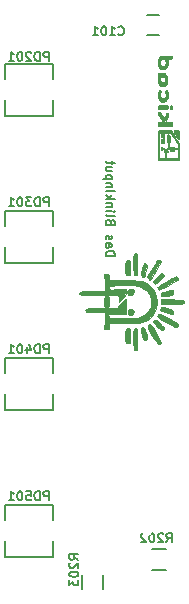
<source format=gbo>
G04 #@! TF.FileFunction,Legend,Bot*
%FSLAX46Y46*%
G04 Gerber Fmt 4.6, Leading zero omitted, Abs format (unit mm)*
G04 Created by KiCad (PCBNEW 0.201505262310+5684~23~ubuntu14.04.1-product) date Mon 01 Jun 2015 21:54:35 CEST*
%MOMM*%
G01*
G04 APERTURE LIST*
%ADD10C,0.100000*%
%ADD11C,0.127000*%
%ADD12C,0.150000*%
%ADD13R,1.500000X1.250000*%
%ADD14R,2.032000X2.032000*%
%ADD15O,2.032000X2.032000*%
%ADD16R,2.235200X2.235200*%
%ADD17R,1.727200X2.032000*%
%ADD18O,1.727200X2.032000*%
%ADD19R,4.200000X1.800000*%
%ADD20R,1.500000X1.300000*%
%ADD21R,1.300000X1.500000*%
%ADD22C,1.000000*%
G04 APERTURE END LIST*
D10*
D11*
X80046286Y-100828929D02*
X80808286Y-100828929D01*
X80808286Y-100647501D01*
X80772000Y-100538644D01*
X80699429Y-100466072D01*
X80626857Y-100429787D01*
X80481714Y-100393501D01*
X80372857Y-100393501D01*
X80227714Y-100429787D01*
X80155143Y-100466072D01*
X80082571Y-100538644D01*
X80046286Y-100647501D01*
X80046286Y-100828929D01*
X80046286Y-99740358D02*
X80445429Y-99740358D01*
X80518000Y-99776644D01*
X80554286Y-99849215D01*
X80554286Y-99994358D01*
X80518000Y-100066929D01*
X80082571Y-99740358D02*
X80046286Y-99812929D01*
X80046286Y-99994358D01*
X80082571Y-100066929D01*
X80155143Y-100103215D01*
X80227714Y-100103215D01*
X80300286Y-100066929D01*
X80336571Y-99994358D01*
X80336571Y-99812929D01*
X80372857Y-99740358D01*
X80082571Y-99413786D02*
X80046286Y-99341215D01*
X80046286Y-99196072D01*
X80082571Y-99123500D01*
X80155143Y-99087215D01*
X80191429Y-99087215D01*
X80264000Y-99123500D01*
X80300286Y-99196072D01*
X80300286Y-99304929D01*
X80336571Y-99377500D01*
X80409143Y-99413786D01*
X80445429Y-99413786D01*
X80518000Y-99377500D01*
X80554286Y-99304929D01*
X80554286Y-99196072D01*
X80518000Y-99123500D01*
X80445429Y-97926072D02*
X80409143Y-97817215D01*
X80372857Y-97780930D01*
X80300286Y-97744644D01*
X80191429Y-97744644D01*
X80118857Y-97780930D01*
X80082571Y-97817215D01*
X80046286Y-97889787D01*
X80046286Y-98180072D01*
X80808286Y-98180072D01*
X80808286Y-97926072D01*
X80772000Y-97853501D01*
X80735714Y-97817215D01*
X80663143Y-97780930D01*
X80590571Y-97780930D01*
X80518000Y-97817215D01*
X80481714Y-97853501D01*
X80445429Y-97926072D01*
X80445429Y-98180072D01*
X80046286Y-97309215D02*
X80082571Y-97381787D01*
X80155143Y-97418072D01*
X80808286Y-97418072D01*
X80046286Y-97018929D02*
X80554286Y-97018929D01*
X80808286Y-97018929D02*
X80772000Y-97055215D01*
X80735714Y-97018929D01*
X80772000Y-96982644D01*
X80808286Y-97018929D01*
X80735714Y-97018929D01*
X80554286Y-96656072D02*
X80046286Y-96656072D01*
X80481714Y-96656072D02*
X80518000Y-96619787D01*
X80554286Y-96547215D01*
X80554286Y-96438358D01*
X80518000Y-96365787D01*
X80445429Y-96329501D01*
X80046286Y-96329501D01*
X80046286Y-95966643D02*
X80808286Y-95966643D01*
X80336571Y-95894072D02*
X80046286Y-95676358D01*
X80554286Y-95676358D02*
X80264000Y-95966643D01*
X80046286Y-95349786D02*
X80808286Y-95349786D01*
X80554286Y-94986929D02*
X80046286Y-94986929D01*
X80481714Y-94986929D02*
X80518000Y-94950644D01*
X80554286Y-94878072D01*
X80554286Y-94769215D01*
X80518000Y-94696644D01*
X80445429Y-94660358D01*
X80046286Y-94660358D01*
X80554286Y-94297500D02*
X79792286Y-94297500D01*
X80518000Y-94297500D02*
X80554286Y-94224929D01*
X80554286Y-94079786D01*
X80518000Y-94007215D01*
X80481714Y-93970929D01*
X80409143Y-93934643D01*
X80191429Y-93934643D01*
X80118857Y-93970929D01*
X80082571Y-94007215D01*
X80046286Y-94079786D01*
X80046286Y-94224929D01*
X80082571Y-94297500D01*
X80554286Y-93281500D02*
X80046286Y-93281500D01*
X80554286Y-93608071D02*
X80155143Y-93608071D01*
X80082571Y-93571786D01*
X80046286Y-93499214D01*
X80046286Y-93390357D01*
X80082571Y-93317786D01*
X80118857Y-93281500D01*
X80554286Y-93027500D02*
X80554286Y-92737214D01*
X80808286Y-92918642D02*
X80155143Y-92918642D01*
X80082571Y-92882357D01*
X80046286Y-92809785D01*
X80046286Y-92737214D01*
D12*
X83574000Y-80430000D02*
X84574000Y-80430000D01*
X84574000Y-82130000D02*
X83574000Y-82130000D01*
D11*
X71533000Y-88941000D02*
X71533000Y-84541000D01*
X71533000Y-84541000D02*
X75533000Y-84541000D01*
X75533000Y-88941000D02*
X75533000Y-84541000D01*
X71533000Y-88941000D02*
X75533000Y-88941000D01*
X71533000Y-101387000D02*
X71533000Y-96987000D01*
X71533000Y-96987000D02*
X75533000Y-96987000D01*
X75533000Y-101387000D02*
X75533000Y-96987000D01*
X71533000Y-101387000D02*
X75533000Y-101387000D01*
X71533000Y-113833000D02*
X71533000Y-109433000D01*
X71533000Y-109433000D02*
X75533000Y-109433000D01*
X75533000Y-113833000D02*
X75533000Y-109433000D01*
X71533000Y-113833000D02*
X75533000Y-113833000D01*
X71533000Y-126279000D02*
X71533000Y-121879000D01*
X71533000Y-121879000D02*
X75533000Y-121879000D01*
X75533000Y-126279000D02*
X75533000Y-121879000D01*
X71533000Y-126279000D02*
X75533000Y-126279000D01*
D12*
X83982000Y-127367000D02*
X85182000Y-127367000D01*
X85182000Y-125617000D02*
X83982000Y-125617000D01*
X78027560Y-127786840D02*
X78027560Y-128986840D01*
X79777560Y-128986840D02*
X79777560Y-127786840D01*
D10*
G36*
X79912892Y-102362000D02*
X79940279Y-103081864D01*
X79967666Y-103801728D01*
X78888166Y-103801531D01*
X78443869Y-103802936D01*
X78141654Y-103810190D01*
X77954279Y-103827561D01*
X77854501Y-103859317D01*
X77815075Y-103909727D01*
X77808666Y-103970666D01*
X77815473Y-104028902D01*
X77850646Y-104071991D01*
X77936317Y-104102210D01*
X78094618Y-104121837D01*
X78347678Y-104133149D01*
X78717630Y-104138423D01*
X79226604Y-104139937D01*
X79454302Y-104140000D01*
X81099938Y-104140000D01*
X81126469Y-104410829D01*
X81153000Y-104681659D01*
X81470500Y-104402059D01*
X81689852Y-104169802D01*
X81781128Y-103957552D01*
X81788000Y-103871606D01*
X81788000Y-103620754D01*
X80939253Y-103647543D01*
X80547135Y-103655462D01*
X80307142Y-103648273D01*
X80202610Y-103624420D01*
X80216874Y-103582348D01*
X80219586Y-103580333D01*
X80329341Y-103454538D01*
X80348666Y-103389833D01*
X80412903Y-103347627D01*
X80612676Y-103318061D01*
X80958579Y-103300289D01*
X81461207Y-103293465D01*
X81558393Y-103293333D01*
X82048969Y-103295817D01*
X82405481Y-103306088D01*
X82663160Y-103328375D01*
X82857237Y-103366909D01*
X83022946Y-103425919D01*
X83145210Y-103483833D01*
X83543763Y-103760434D01*
X83793655Y-104116096D01*
X83899934Y-104558840D01*
X83904667Y-104690333D01*
X83835205Y-105157237D01*
X83623456Y-105534955D01*
X83264368Y-105831509D01*
X83145210Y-105896833D01*
X82978050Y-105973312D01*
X82808036Y-106026251D01*
X82599934Y-106059882D01*
X82318513Y-106078432D01*
X81928541Y-106086133D01*
X81558393Y-106087333D01*
X81029301Y-106082209D01*
X80658655Y-106066273D01*
X80435860Y-106038681D01*
X80350323Y-105998586D01*
X80348666Y-105990834D01*
X80287314Y-105864102D01*
X80219586Y-105800334D01*
X80201059Y-105757525D01*
X80300683Y-105732997D01*
X80535123Y-105725192D01*
X80921044Y-105732554D01*
X80939253Y-105733123D01*
X81788000Y-105759913D01*
X81788000Y-105119290D01*
X81782174Y-104814261D01*
X81766752Y-104588056D01*
X81744821Y-104481875D01*
X81740017Y-104478666D01*
X81605766Y-104537404D01*
X81424673Y-104680151D01*
X81249154Y-104856712D01*
X81131622Y-105016892D01*
X81110666Y-105081382D01*
X81100754Y-105140247D01*
X81055084Y-105182530D01*
X80949760Y-105210956D01*
X80760884Y-105228249D01*
X80464559Y-105237135D01*
X80036887Y-105240339D01*
X79713666Y-105240666D01*
X79198125Y-105241602D01*
X78827914Y-105246350D01*
X78579035Y-105257817D01*
X78427488Y-105278914D01*
X78349273Y-105312549D01*
X78320391Y-105361632D01*
X78316666Y-105410000D01*
X78328533Y-105487869D01*
X78384817Y-105537360D01*
X78516540Y-105564832D01*
X78754728Y-105576638D01*
X79130404Y-105579137D01*
X79142166Y-105579136D01*
X79967666Y-105578938D01*
X79940279Y-106298802D01*
X79912892Y-107018666D01*
X80130779Y-107018666D01*
X80286205Y-106992514D01*
X80343175Y-106879472D01*
X80348666Y-106764666D01*
X80348666Y-106510666D01*
X81663719Y-106510666D01*
X82267474Y-106504070D01*
X82731535Y-106480195D01*
X83085174Y-106432911D01*
X83357663Y-106356091D01*
X83578275Y-106243605D01*
X83776280Y-106089323D01*
X83805917Y-106062126D01*
X84119621Y-105660575D01*
X84306127Y-105184928D01*
X84365435Y-104672869D01*
X84297546Y-104162082D01*
X84102458Y-103690249D01*
X83805917Y-103318541D01*
X83608779Y-103157443D01*
X83393437Y-103039063D01*
X83130620Y-102957271D01*
X82791055Y-102905937D01*
X82345470Y-102878933D01*
X81764593Y-102870129D01*
X81663719Y-102870000D01*
X80348666Y-102870000D01*
X80348666Y-102616000D01*
X80326232Y-102434814D01*
X80229262Y-102368402D01*
X80130779Y-102362000D01*
X79912892Y-102362000D01*
X79912892Y-102362000D01*
X79912892Y-102362000D01*
G37*
X79912892Y-102362000D02*
X79940279Y-103081864D01*
X79967666Y-103801728D01*
X78888166Y-103801531D01*
X78443869Y-103802936D01*
X78141654Y-103810190D01*
X77954279Y-103827561D01*
X77854501Y-103859317D01*
X77815075Y-103909727D01*
X77808666Y-103970666D01*
X77815473Y-104028902D01*
X77850646Y-104071991D01*
X77936317Y-104102210D01*
X78094618Y-104121837D01*
X78347678Y-104133149D01*
X78717630Y-104138423D01*
X79226604Y-104139937D01*
X79454302Y-104140000D01*
X81099938Y-104140000D01*
X81126469Y-104410829D01*
X81153000Y-104681659D01*
X81470500Y-104402059D01*
X81689852Y-104169802D01*
X81781128Y-103957552D01*
X81788000Y-103871606D01*
X81788000Y-103620754D01*
X80939253Y-103647543D01*
X80547135Y-103655462D01*
X80307142Y-103648273D01*
X80202610Y-103624420D01*
X80216874Y-103582348D01*
X80219586Y-103580333D01*
X80329341Y-103454538D01*
X80348666Y-103389833D01*
X80412903Y-103347627D01*
X80612676Y-103318061D01*
X80958579Y-103300289D01*
X81461207Y-103293465D01*
X81558393Y-103293333D01*
X82048969Y-103295817D01*
X82405481Y-103306088D01*
X82663160Y-103328375D01*
X82857237Y-103366909D01*
X83022946Y-103425919D01*
X83145210Y-103483833D01*
X83543763Y-103760434D01*
X83793655Y-104116096D01*
X83899934Y-104558840D01*
X83904667Y-104690333D01*
X83835205Y-105157237D01*
X83623456Y-105534955D01*
X83264368Y-105831509D01*
X83145210Y-105896833D01*
X82978050Y-105973312D01*
X82808036Y-106026251D01*
X82599934Y-106059882D01*
X82318513Y-106078432D01*
X81928541Y-106086133D01*
X81558393Y-106087333D01*
X81029301Y-106082209D01*
X80658655Y-106066273D01*
X80435860Y-106038681D01*
X80350323Y-105998586D01*
X80348666Y-105990834D01*
X80287314Y-105864102D01*
X80219586Y-105800334D01*
X80201059Y-105757525D01*
X80300683Y-105732997D01*
X80535123Y-105725192D01*
X80921044Y-105732554D01*
X80939253Y-105733123D01*
X81788000Y-105759913D01*
X81788000Y-105119290D01*
X81782174Y-104814261D01*
X81766752Y-104588056D01*
X81744821Y-104481875D01*
X81740017Y-104478666D01*
X81605766Y-104537404D01*
X81424673Y-104680151D01*
X81249154Y-104856712D01*
X81131622Y-105016892D01*
X81110666Y-105081382D01*
X81100754Y-105140247D01*
X81055084Y-105182530D01*
X80949760Y-105210956D01*
X80760884Y-105228249D01*
X80464559Y-105237135D01*
X80036887Y-105240339D01*
X79713666Y-105240666D01*
X79198125Y-105241602D01*
X78827914Y-105246350D01*
X78579035Y-105257817D01*
X78427488Y-105278914D01*
X78349273Y-105312549D01*
X78320391Y-105361632D01*
X78316666Y-105410000D01*
X78328533Y-105487869D01*
X78384817Y-105537360D01*
X78516540Y-105564832D01*
X78754728Y-105576638D01*
X79130404Y-105579137D01*
X79142166Y-105579136D01*
X79967666Y-105578938D01*
X79940279Y-106298802D01*
X79912892Y-107018666D01*
X80130779Y-107018666D01*
X80286205Y-106992514D01*
X80343175Y-106879472D01*
X80348666Y-106764666D01*
X80348666Y-106510666D01*
X81663719Y-106510666D01*
X82267474Y-106504070D01*
X82731535Y-106480195D01*
X83085174Y-106432911D01*
X83357663Y-106356091D01*
X83578275Y-106243605D01*
X83776280Y-106089323D01*
X83805917Y-106062126D01*
X84119621Y-105660575D01*
X84306127Y-105184928D01*
X84365435Y-104672869D01*
X84297546Y-104162082D01*
X84102458Y-103690249D01*
X83805917Y-103318541D01*
X83608779Y-103157443D01*
X83393437Y-103039063D01*
X83130620Y-102957271D01*
X82791055Y-102905937D01*
X82345470Y-102878933D01*
X81764593Y-102870129D01*
X81663719Y-102870000D01*
X80348666Y-102870000D01*
X80348666Y-102616000D01*
X80326232Y-102434814D01*
X80229262Y-102368402D01*
X80130779Y-102362000D01*
X79912892Y-102362000D01*
X79912892Y-102362000D01*
G36*
X80137000Y-104224666D02*
X80015774Y-104236754D01*
X79952653Y-104300643D01*
X79928801Y-104457770D01*
X79925333Y-104690333D01*
X79930828Y-104957030D01*
X79959868Y-105095897D01*
X80031289Y-105148371D01*
X80137000Y-105156000D01*
X80258226Y-105143912D01*
X80321347Y-105080023D01*
X80345199Y-104922896D01*
X80348666Y-104690333D01*
X80343172Y-104423636D01*
X80314132Y-104284769D01*
X80242710Y-104232295D01*
X80137000Y-104224666D01*
X80137000Y-104224666D01*
X80137000Y-104224666D01*
G37*
X80137000Y-104224666D02*
X80015774Y-104236754D01*
X79952653Y-104300643D01*
X79928801Y-104457770D01*
X79925333Y-104690333D01*
X79930828Y-104957030D01*
X79959868Y-105095897D01*
X80031289Y-105148371D01*
X80137000Y-105156000D01*
X80258226Y-105143912D01*
X80321347Y-105080023D01*
X80345199Y-104922896D01*
X80348666Y-104690333D01*
X80343172Y-104423636D01*
X80314132Y-104284769D01*
X80242710Y-104232295D01*
X80137000Y-104224666D01*
X80137000Y-104224666D01*
G36*
X81915000Y-106934000D02*
X81807337Y-106941914D01*
X81744228Y-106989434D01*
X81713783Y-107112228D01*
X81704111Y-107345966D01*
X81703333Y-107569000D01*
X81705971Y-107891987D01*
X81721811Y-108081315D01*
X81762743Y-108172652D01*
X81840655Y-108201666D01*
X81915000Y-108204000D01*
X82022662Y-108196086D01*
X82085772Y-108148566D01*
X82116217Y-108025771D01*
X82125888Y-107792033D01*
X82126666Y-107569000D01*
X82124029Y-107246012D01*
X82108189Y-107056684D01*
X82067257Y-106965348D01*
X81989344Y-106936334D01*
X81915000Y-106934000D01*
X81915000Y-106934000D01*
X81915000Y-106934000D01*
G37*
X81915000Y-106934000D02*
X81807337Y-106941914D01*
X81744228Y-106989434D01*
X81713783Y-107112228D01*
X81704111Y-107345966D01*
X81703333Y-107569000D01*
X81705971Y-107891987D01*
X81721811Y-108081315D01*
X81762743Y-108172652D01*
X81840655Y-108201666D01*
X81915000Y-108204000D01*
X82022662Y-108196086D01*
X82085772Y-108148566D01*
X82116217Y-108025771D01*
X82125888Y-107792033D01*
X82126666Y-107569000D01*
X82124029Y-107246012D01*
X82108189Y-107056684D01*
X82067257Y-106965348D01*
X81989344Y-106936334D01*
X81915000Y-106934000D01*
X81915000Y-106934000D01*
G36*
X81915000Y-101176666D02*
X81807337Y-101184580D01*
X81744228Y-101232100D01*
X81713783Y-101354895D01*
X81704111Y-101588633D01*
X81703333Y-101811666D01*
X81705971Y-102134654D01*
X81721811Y-102323982D01*
X81762743Y-102415318D01*
X81840655Y-102444332D01*
X81915000Y-102446666D01*
X82022662Y-102438753D01*
X82085772Y-102391233D01*
X82116217Y-102268438D01*
X82125888Y-102034700D01*
X82126666Y-101811666D01*
X82124029Y-101488679D01*
X82108189Y-101299351D01*
X82067257Y-101208015D01*
X81989344Y-101179001D01*
X81915000Y-101176666D01*
X81915000Y-101176666D01*
X81915000Y-101176666D01*
G37*
X81915000Y-101176666D02*
X81807337Y-101184580D01*
X81744228Y-101232100D01*
X81713783Y-101354895D01*
X81704111Y-101588633D01*
X81703333Y-101811666D01*
X81705971Y-102134654D01*
X81721811Y-102323982D01*
X81762743Y-102415318D01*
X81840655Y-102444332D01*
X81915000Y-102446666D01*
X82022662Y-102438753D01*
X82085772Y-102391233D01*
X82116217Y-102268438D01*
X82125888Y-102034700D01*
X82126666Y-101811666D01*
X82124029Y-101488679D01*
X82108189Y-101299351D01*
X82067257Y-101208015D01*
X81989344Y-101179001D01*
X81915000Y-101176666D01*
X81915000Y-101176666D01*
G36*
X82230691Y-105262100D02*
X82063373Y-105262631D01*
X81929370Y-105380498D01*
X81888911Y-105508565D01*
X81907151Y-105695199D01*
X82041156Y-105790625D01*
X82051793Y-105794108D01*
X82251630Y-105789223D01*
X82382339Y-105667544D01*
X82404032Y-105479070D01*
X82371657Y-105393166D01*
X82230691Y-105262100D01*
X82230691Y-105262100D01*
X82230691Y-105262100D01*
G37*
X82230691Y-105262100D02*
X82063373Y-105262631D01*
X81929370Y-105380498D01*
X81888911Y-105508565D01*
X81907151Y-105695199D01*
X82041156Y-105790625D01*
X82051793Y-105794108D01*
X82251630Y-105789223D01*
X82382339Y-105667544D01*
X82404032Y-105479070D01*
X82371657Y-105393166D01*
X82230691Y-105262100D01*
X82230691Y-105262100D01*
G36*
X82140538Y-103570599D02*
X82056715Y-103584996D01*
X81919936Y-103702761D01*
X81864893Y-103891271D01*
X81913323Y-104065600D01*
X81929111Y-104083555D01*
X82088541Y-104141260D01*
X82270880Y-104088588D01*
X82374407Y-103982362D01*
X82406500Y-103784922D01*
X82314705Y-103630358D01*
X82140538Y-103570599D01*
X82140538Y-103570599D01*
X82140538Y-103570599D01*
G37*
X82140538Y-103570599D02*
X82056715Y-103584996D01*
X81919936Y-103702761D01*
X81864893Y-103891271D01*
X81913323Y-104065600D01*
X81929111Y-104083555D01*
X82088541Y-104141260D01*
X82270880Y-104088588D01*
X82374407Y-103982362D01*
X82406500Y-103784922D01*
X82314705Y-103630358D01*
X82140538Y-103570599D01*
X82140538Y-103570599D01*
G36*
X82550000Y-106934000D02*
X82475893Y-106944717D01*
X82427249Y-106996384D01*
X82398747Y-107118273D01*
X82385062Y-107339656D01*
X82380875Y-107689807D01*
X82380666Y-107865333D01*
X82382615Y-108272921D01*
X82392009Y-108540461D01*
X82414171Y-108697226D01*
X82454422Y-108772489D01*
X82518086Y-108795520D01*
X82550000Y-108796666D01*
X82624107Y-108785949D01*
X82672750Y-108734282D01*
X82701253Y-108612393D01*
X82714937Y-108391010D01*
X82719125Y-108040860D01*
X82719333Y-107865333D01*
X82717385Y-107457745D01*
X82707991Y-107190205D01*
X82685829Y-107033440D01*
X82645577Y-106958178D01*
X82581914Y-106935146D01*
X82550000Y-106934000D01*
X82550000Y-106934000D01*
X82550000Y-106934000D01*
G37*
X82550000Y-106934000D02*
X82475893Y-106944717D01*
X82427249Y-106996384D01*
X82398747Y-107118273D01*
X82385062Y-107339656D01*
X82380875Y-107689807D01*
X82380666Y-107865333D01*
X82382615Y-108272921D01*
X82392009Y-108540461D01*
X82414171Y-108697226D01*
X82454422Y-108772489D01*
X82518086Y-108795520D01*
X82550000Y-108796666D01*
X82624107Y-108785949D01*
X82672750Y-108734282D01*
X82701253Y-108612393D01*
X82714937Y-108391010D01*
X82719125Y-108040860D01*
X82719333Y-107865333D01*
X82717385Y-107457745D01*
X82707991Y-107190205D01*
X82685829Y-107033440D01*
X82645577Y-106958178D01*
X82581914Y-106935146D01*
X82550000Y-106934000D01*
X82550000Y-106934000D01*
G36*
X82550000Y-100584000D02*
X82475893Y-100594717D01*
X82427249Y-100646384D01*
X82398747Y-100768273D01*
X82385062Y-100989656D01*
X82380875Y-101339807D01*
X82380666Y-101515333D01*
X82382615Y-101922921D01*
X82392009Y-102190461D01*
X82414171Y-102347226D01*
X82454422Y-102422489D01*
X82518086Y-102445520D01*
X82550000Y-102446666D01*
X82624107Y-102435949D01*
X82672750Y-102384282D01*
X82701253Y-102262393D01*
X82714937Y-102041010D01*
X82719125Y-101690860D01*
X82719333Y-101515333D01*
X82717385Y-101107745D01*
X82707991Y-100840205D01*
X82685829Y-100683440D01*
X82645577Y-100608178D01*
X82581914Y-100585146D01*
X82550000Y-100584000D01*
X82550000Y-100584000D01*
X82550000Y-100584000D01*
G37*
X82550000Y-100584000D02*
X82475893Y-100594717D01*
X82427249Y-100646384D01*
X82398747Y-100768273D01*
X82385062Y-100989656D01*
X82380875Y-101339807D01*
X82380666Y-101515333D01*
X82382615Y-101922921D01*
X82392009Y-102190461D01*
X82414171Y-102347226D01*
X82454422Y-102422489D01*
X82518086Y-102445520D01*
X82550000Y-102446666D01*
X82624107Y-102435949D01*
X82672750Y-102384282D01*
X82701253Y-102262393D01*
X82714937Y-102041010D01*
X82719125Y-101690860D01*
X82719333Y-101515333D01*
X82717385Y-101107745D01*
X82707991Y-100840205D01*
X82685829Y-100683440D01*
X82645577Y-100608178D01*
X82581914Y-100585146D01*
X82550000Y-100584000D01*
X82550000Y-100584000D01*
G36*
X83158680Y-106864611D02*
X83010769Y-106889826D01*
X82984834Y-107029419D01*
X83017790Y-107145666D01*
X83056805Y-107275068D01*
X83117487Y-107498387D01*
X83141369Y-107590166D01*
X83231967Y-107834047D01*
X83337319Y-107946088D01*
X83360254Y-107950000D01*
X83484525Y-107904480D01*
X83527896Y-107754766D01*
X83493270Y-107481129D01*
X83453715Y-107315000D01*
X83366811Y-107046542D01*
X83268799Y-106908331D01*
X83158680Y-106864611D01*
X83158680Y-106864611D01*
X83158680Y-106864611D01*
G37*
X83158680Y-106864611D02*
X83010769Y-106889826D01*
X82984834Y-107029419D01*
X83017790Y-107145666D01*
X83056805Y-107275068D01*
X83117487Y-107498387D01*
X83141369Y-107590166D01*
X83231967Y-107834047D01*
X83337319Y-107946088D01*
X83360254Y-107950000D01*
X83484525Y-107904480D01*
X83527896Y-107754766D01*
X83493270Y-107481129D01*
X83453715Y-107315000D01*
X83366811Y-107046542D01*
X83268799Y-106908331D01*
X83158680Y-106864611D01*
X83158680Y-106864611D01*
G36*
X83294097Y-101431963D02*
X83246920Y-101479371D01*
X83185940Y-101636588D01*
X83104686Y-101923365D01*
X83014070Y-102286981D01*
X83001426Y-102460114D01*
X83095585Y-102541931D01*
X83135324Y-102553945D01*
X83253228Y-102557081D01*
X83331782Y-102464636D01*
X83400651Y-102247964D01*
X83469043Y-101987791D01*
X83526769Y-101776067D01*
X83537766Y-101737596D01*
X83513842Y-101566373D01*
X83377563Y-101448697D01*
X83294097Y-101431963D01*
X83294097Y-101431963D01*
X83294097Y-101431963D01*
G37*
X83294097Y-101431963D02*
X83246920Y-101479371D01*
X83185940Y-101636588D01*
X83104686Y-101923365D01*
X83014070Y-102286981D01*
X83001426Y-102460114D01*
X83095585Y-102541931D01*
X83135324Y-102553945D01*
X83253228Y-102557081D01*
X83331782Y-102464636D01*
X83400651Y-102247964D01*
X83469043Y-101987791D01*
X83526769Y-101776067D01*
X83537766Y-101737596D01*
X83513842Y-101566373D01*
X83377563Y-101448697D01*
X83294097Y-101431963D01*
X83294097Y-101431963D01*
G36*
X83770253Y-106549087D02*
X83720033Y-106573439D01*
X83687336Y-106600034D01*
X83611625Y-106678646D01*
X83586628Y-106771624D01*
X83621581Y-106908656D01*
X83725721Y-107119426D01*
X83908284Y-107433619D01*
X83987907Y-107566041D01*
X84197980Y-107907539D01*
X84345982Y-108123051D01*
X84453704Y-108233700D01*
X84542938Y-108260609D01*
X84635477Y-108224899D01*
X84655183Y-108212809D01*
X84696226Y-108145988D01*
X84670770Y-108017179D01*
X84569223Y-107798882D01*
X84412045Y-107515685D01*
X84178292Y-107109903D01*
X84013227Y-106830557D01*
X83900859Y-106657441D01*
X83825199Y-106570353D01*
X83770253Y-106549087D01*
X83770253Y-106549087D01*
X83770253Y-106549087D01*
G37*
X83770253Y-106549087D02*
X83720033Y-106573439D01*
X83687336Y-106600034D01*
X83611625Y-106678646D01*
X83586628Y-106771624D01*
X83621581Y-106908656D01*
X83725721Y-107119426D01*
X83908284Y-107433619D01*
X83987907Y-107566041D01*
X84197980Y-107907539D01*
X84345982Y-108123051D01*
X84453704Y-108233700D01*
X84542938Y-108260609D01*
X84635477Y-108224899D01*
X84655183Y-108212809D01*
X84696226Y-108145988D01*
X84670770Y-108017179D01*
X84569223Y-107798882D01*
X84412045Y-107515685D01*
X84178292Y-107109903D01*
X84013227Y-106830557D01*
X83900859Y-106657441D01*
X83825199Y-106570353D01*
X83770253Y-106549087D01*
X83770253Y-106549087D01*
G36*
X84509871Y-101115974D02*
X84462750Y-101119015D01*
X84395293Y-101196377D01*
X84269439Y-101383254D01*
X84108313Y-101640745D01*
X83935042Y-101929947D01*
X83772750Y-102211959D01*
X83644564Y-102447878D01*
X83573609Y-102598802D01*
X83566431Y-102626800D01*
X83622905Y-102718921D01*
X83687336Y-102780632D01*
X83742030Y-102821968D01*
X83792319Y-102829221D01*
X83854195Y-102782185D01*
X83943648Y-102660657D01*
X84076669Y-102444432D01*
X84269250Y-102113306D01*
X84412045Y-101864981D01*
X84587379Y-101546764D01*
X84678301Y-101341893D01*
X84694404Y-101222869D01*
X84655183Y-101167857D01*
X84509871Y-101115974D01*
X84509871Y-101115974D01*
X84509871Y-101115974D01*
G37*
X84509871Y-101115974D02*
X84462750Y-101119015D01*
X84395293Y-101196377D01*
X84269439Y-101383254D01*
X84108313Y-101640745D01*
X83935042Y-101929947D01*
X83772750Y-102211959D01*
X83644564Y-102447878D01*
X83573609Y-102598802D01*
X83566431Y-102626800D01*
X83622905Y-102718921D01*
X83687336Y-102780632D01*
X83742030Y-102821968D01*
X83792319Y-102829221D01*
X83854195Y-102782185D01*
X83943648Y-102660657D01*
X84076669Y-102444432D01*
X84269250Y-102113306D01*
X84412045Y-101864981D01*
X84587379Y-101546764D01*
X84678301Y-101341893D01*
X84694404Y-101222869D01*
X84655183Y-101167857D01*
X84509871Y-101115974D01*
X84509871Y-101115974D01*
G36*
X84194057Y-106206862D02*
X84117208Y-106261839D01*
X84061590Y-106342435D01*
X84078013Y-106435341D01*
X84184340Y-106574282D01*
X84398437Y-106792985D01*
X84398670Y-106793214D01*
X84619863Y-107003616D01*
X84758443Y-107107246D01*
X84847487Y-107120984D01*
X84920075Y-107061706D01*
X84921510Y-107059984D01*
X84967925Y-106970858D01*
X84939896Y-106866963D01*
X84818957Y-106713441D01*
X84640048Y-106528609D01*
X84423312Y-106320018D01*
X84286207Y-106218666D01*
X84194057Y-106206862D01*
X84194057Y-106206862D01*
X84194057Y-106206862D01*
G37*
X84194057Y-106206862D02*
X84117208Y-106261839D01*
X84061590Y-106342435D01*
X84078013Y-106435341D01*
X84184340Y-106574282D01*
X84398437Y-106792985D01*
X84398670Y-106793214D01*
X84619863Y-107003616D01*
X84758443Y-107107246D01*
X84847487Y-107120984D01*
X84920075Y-107061706D01*
X84921510Y-107059984D01*
X84967925Y-106970858D01*
X84939896Y-106866963D01*
X84818957Y-106713441D01*
X84640048Y-106528609D01*
X84423312Y-106320018D01*
X84286207Y-106218666D01*
X84194057Y-106206862D01*
X84194057Y-106206862D01*
G36*
X84834898Y-102264923D02*
X84741992Y-102281346D01*
X84603051Y-102387674D01*
X84384348Y-102601771D01*
X84384119Y-102602003D01*
X84173717Y-102823196D01*
X84070087Y-102961776D01*
X84056349Y-103050820D01*
X84115627Y-103123409D01*
X84117349Y-103124843D01*
X84206475Y-103171259D01*
X84310370Y-103143229D01*
X84463892Y-103022290D01*
X84648724Y-102843381D01*
X84857315Y-102626646D01*
X84958667Y-102489540D01*
X84970471Y-102397390D01*
X84915494Y-102320541D01*
X84834898Y-102264923D01*
X84834898Y-102264923D01*
X84834898Y-102264923D01*
G37*
X84834898Y-102264923D02*
X84741992Y-102281346D01*
X84603051Y-102387674D01*
X84384348Y-102601771D01*
X84384119Y-102602003D01*
X84173717Y-102823196D01*
X84070087Y-102961776D01*
X84056349Y-103050820D01*
X84115627Y-103123409D01*
X84117349Y-103124843D01*
X84206475Y-103171259D01*
X84310370Y-103143229D01*
X84463892Y-103022290D01*
X84648724Y-102843381D01*
X84857315Y-102626646D01*
X84958667Y-102489540D01*
X84970471Y-102397390D01*
X84915494Y-102320541D01*
X84834898Y-102264923D01*
X84834898Y-102264923D01*
G36*
X84599794Y-105715923D02*
X84515502Y-105729345D01*
X84491505Y-105755198D01*
X84423690Y-105891395D01*
X84413963Y-105932804D01*
X84482236Y-105996009D01*
X84667514Y-106121238D01*
X84938750Y-106288328D01*
X85163548Y-106419637D01*
X85486503Y-106599847D01*
X85758116Y-106742865D01*
X85943037Y-106830557D01*
X86001156Y-106849333D01*
X86085522Y-106790225D01*
X86161340Y-106668306D01*
X86180582Y-106566686D01*
X86171493Y-106554585D01*
X86093093Y-106508444D01*
X85898835Y-106396348D01*
X85619935Y-106236264D01*
X85358042Y-106086401D01*
X84995927Y-105884843D01*
X84751557Y-105764553D01*
X84599794Y-105715923D01*
X84599794Y-105715923D01*
X84599794Y-105715923D01*
G37*
X84599794Y-105715923D02*
X84515502Y-105729345D01*
X84491505Y-105755198D01*
X84423690Y-105891395D01*
X84413963Y-105932804D01*
X84482236Y-105996009D01*
X84667514Y-106121238D01*
X84938750Y-106288328D01*
X85163548Y-106419637D01*
X85486503Y-106599847D01*
X85758116Y-106742865D01*
X85943037Y-106830557D01*
X86001156Y-106849333D01*
X86085522Y-106790225D01*
X86161340Y-106668306D01*
X86180582Y-106566686D01*
X86171493Y-106554585D01*
X86093093Y-106508444D01*
X85898835Y-106396348D01*
X85619935Y-106236264D01*
X85358042Y-106086401D01*
X84995927Y-105884843D01*
X84751557Y-105764553D01*
X84599794Y-105715923D01*
X84599794Y-105715923D01*
G36*
X86002019Y-102531333D02*
X85894116Y-102570985D01*
X85686064Y-102675540D01*
X85415125Y-102823396D01*
X85118557Y-102992951D01*
X84833620Y-103162603D01*
X84597574Y-103310751D01*
X84447679Y-103415793D01*
X84413963Y-103452024D01*
X84455100Y-103561865D01*
X84491026Y-103624694D01*
X84552198Y-103664206D01*
X84669914Y-103646088D01*
X84869234Y-103560859D01*
X85175217Y-103399043D01*
X85357563Y-103296914D01*
X85682079Y-103112682D01*
X85946610Y-102961375D01*
X86119816Y-102860990D01*
X86171493Y-102829504D01*
X86171336Y-102739340D01*
X86103260Y-102612154D01*
X86015989Y-102533672D01*
X86002019Y-102531333D01*
X86002019Y-102531333D01*
X86002019Y-102531333D01*
G37*
X86002019Y-102531333D02*
X85894116Y-102570985D01*
X85686064Y-102675540D01*
X85415125Y-102823396D01*
X85118557Y-102992951D01*
X84833620Y-103162603D01*
X84597574Y-103310751D01*
X84447679Y-103415793D01*
X84413963Y-103452024D01*
X84455100Y-103561865D01*
X84491026Y-103624694D01*
X84552198Y-103664206D01*
X84669914Y-103646088D01*
X84869234Y-103560859D01*
X85175217Y-103399043D01*
X85357563Y-103296914D01*
X85682079Y-103112682D01*
X85946610Y-102961375D01*
X86119816Y-102860990D01*
X86171493Y-102829504D01*
X86171336Y-102739340D01*
X86103260Y-102612154D01*
X86015989Y-102533672D01*
X86002019Y-102531333D01*
X86002019Y-102531333D01*
G36*
X84821792Y-105136264D02*
X84742645Y-105166596D01*
X84713952Y-105215959D01*
X84676114Y-105357261D01*
X84720278Y-105445446D01*
X84878014Y-105511017D01*
X85068833Y-105558851D01*
X85339305Y-105626180D01*
X85557992Y-105688530D01*
X85619166Y-105709451D01*
X85730461Y-105717763D01*
X85766495Y-105598821D01*
X85767333Y-105556478D01*
X85748616Y-105434512D01*
X85667218Y-105350479D01*
X85485271Y-105279008D01*
X85264285Y-105219454D01*
X84982163Y-105153798D01*
X84821792Y-105136264D01*
X84821792Y-105136264D01*
X84821792Y-105136264D01*
G37*
X84821792Y-105136264D02*
X84742645Y-105166596D01*
X84713952Y-105215959D01*
X84676114Y-105357261D01*
X84720278Y-105445446D01*
X84878014Y-105511017D01*
X85068833Y-105558851D01*
X85339305Y-105626180D01*
X85557992Y-105688530D01*
X85619166Y-105709451D01*
X85730461Y-105717763D01*
X85766495Y-105598821D01*
X85767333Y-105556478D01*
X85748616Y-105434512D01*
X85667218Y-105350479D01*
X85485271Y-105279008D01*
X85264285Y-105219454D01*
X84982163Y-105153798D01*
X84821792Y-105136264D01*
X84821792Y-105136264D01*
G36*
X85649227Y-103660773D02*
X85619166Y-103671215D01*
X85449874Y-103724229D01*
X85193266Y-103791944D01*
X85068833Y-103821815D01*
X84810909Y-103898044D01*
X84694968Y-103989005D01*
X84694219Y-104123157D01*
X84719286Y-104193138D01*
X84798400Y-104236802D01*
X84991741Y-104221614D01*
X85262935Y-104161552D01*
X85543844Y-104083008D01*
X85696216Y-104010764D01*
X85757872Y-103919523D01*
X85767333Y-103824188D01*
X85742849Y-103675694D01*
X85649227Y-103660773D01*
X85649227Y-103660773D01*
X85649227Y-103660773D01*
G37*
X85649227Y-103660773D02*
X85619166Y-103671215D01*
X85449874Y-103724229D01*
X85193266Y-103791944D01*
X85068833Y-103821815D01*
X84810909Y-103898044D01*
X84694968Y-103989005D01*
X84694219Y-104123157D01*
X84719286Y-104193138D01*
X84798400Y-104236802D01*
X84991741Y-104221614D01*
X85262935Y-104161552D01*
X85543844Y-104083008D01*
X85696216Y-104010764D01*
X85757872Y-103919523D01*
X85767333Y-103824188D01*
X85742849Y-103675694D01*
X85649227Y-103660773D01*
X85649227Y-103660773D01*
G36*
X84751333Y-104473121D02*
X84751333Y-104690333D01*
X84751333Y-104907546D01*
X85703833Y-104883606D01*
X86117140Y-104871185D01*
X86390014Y-104854803D01*
X86551346Y-104828598D01*
X86630027Y-104786707D01*
X86654947Y-104723269D01*
X86656333Y-104690333D01*
X86644896Y-104616569D01*
X86591324Y-104566712D01*
X86466728Y-104534899D01*
X86242216Y-104515268D01*
X85888899Y-104501958D01*
X85703833Y-104497060D01*
X84751333Y-104473121D01*
X84751333Y-104473121D01*
X84751333Y-104473121D01*
G37*
X84751333Y-104473121D02*
X84751333Y-104690333D01*
X84751333Y-104907546D01*
X85703833Y-104883606D01*
X86117140Y-104871185D01*
X86390014Y-104854803D01*
X86551346Y-104828598D01*
X86630027Y-104786707D01*
X86654947Y-104723269D01*
X86656333Y-104690333D01*
X86644896Y-104616569D01*
X86591324Y-104566712D01*
X86466728Y-104534899D01*
X86242216Y-104515268D01*
X85888899Y-104501958D01*
X85703833Y-104497060D01*
X84751333Y-104473121D01*
X84751333Y-104473121D01*
G36*
X84795316Y-85320098D02*
X84703089Y-85321393D01*
X84701284Y-85321438D01*
X84478615Y-85327067D01*
X84454108Y-85374578D01*
X84432654Y-85438529D01*
X84430704Y-85505357D01*
X84448114Y-85569293D01*
X84459485Y-85591146D01*
X84477984Y-85624583D01*
X84481632Y-85640334D01*
X84855540Y-85640334D01*
X84925229Y-85645663D01*
X84978797Y-85662729D01*
X85019513Y-85693146D01*
X85049369Y-85736070D01*
X85073417Y-85805194D01*
X85080792Y-85882951D01*
X85072471Y-85961195D01*
X85049431Y-86031778D01*
X85012650Y-86086555D01*
X85006630Y-86092345D01*
X84973647Y-86110636D01*
X84927306Y-86121678D01*
X84873845Y-86125566D01*
X84819501Y-86122395D01*
X84770510Y-86112260D01*
X84733110Y-86095255D01*
X84724275Y-86088054D01*
X84681925Y-86031260D01*
X84654476Y-85961772D01*
X84642861Y-85885979D01*
X84648015Y-85810269D01*
X84670871Y-85741030D01*
X84672953Y-85736980D01*
X84705900Y-85689952D01*
X84748183Y-85659482D01*
X84803363Y-85643686D01*
X84855540Y-85640334D01*
X84481632Y-85640334D01*
X84483810Y-85649738D01*
X84479069Y-85681569D01*
X84474725Y-85699366D01*
X84467043Y-85747818D01*
X84461788Y-85815715D01*
X84460089Y-85881090D01*
X84461958Y-85959662D01*
X84469059Y-86022166D01*
X84483653Y-86086036D01*
X84489234Y-86106001D01*
X84532385Y-86224431D01*
X84587005Y-86317265D01*
X84653978Y-86385292D01*
X84734189Y-86429301D01*
X84828520Y-86450081D01*
X84876640Y-86452059D01*
X84958907Y-86443125D01*
X85029358Y-86415498D01*
X85094223Y-86366057D01*
X85134631Y-86322767D01*
X85192187Y-86236027D01*
X85233676Y-86133938D01*
X85259345Y-86021346D01*
X85269438Y-85903097D01*
X85264201Y-85784038D01*
X85243880Y-85669014D01*
X85208720Y-85562872D01*
X85158966Y-85470457D01*
X85094864Y-85396616D01*
X85087389Y-85390202D01*
X85055231Y-85366650D01*
X85020354Y-85348538D01*
X84979841Y-85335347D01*
X84930775Y-85326556D01*
X84870239Y-85321646D01*
X84795316Y-85320098D01*
X84795316Y-85320098D01*
X84795316Y-85320098D01*
G37*
X84795316Y-85320098D02*
X84703089Y-85321393D01*
X84701284Y-85321438D01*
X84478615Y-85327067D01*
X84454108Y-85374578D01*
X84432654Y-85438529D01*
X84430704Y-85505357D01*
X84448114Y-85569293D01*
X84459485Y-85591146D01*
X84477984Y-85624583D01*
X84481632Y-85640334D01*
X84855540Y-85640334D01*
X84925229Y-85645663D01*
X84978797Y-85662729D01*
X85019513Y-85693146D01*
X85049369Y-85736070D01*
X85073417Y-85805194D01*
X85080792Y-85882951D01*
X85072471Y-85961195D01*
X85049431Y-86031778D01*
X85012650Y-86086555D01*
X85006630Y-86092345D01*
X84973647Y-86110636D01*
X84927306Y-86121678D01*
X84873845Y-86125566D01*
X84819501Y-86122395D01*
X84770510Y-86112260D01*
X84733110Y-86095255D01*
X84724275Y-86088054D01*
X84681925Y-86031260D01*
X84654476Y-85961772D01*
X84642861Y-85885979D01*
X84648015Y-85810269D01*
X84670871Y-85741030D01*
X84672953Y-85736980D01*
X84705900Y-85689952D01*
X84748183Y-85659482D01*
X84803363Y-85643686D01*
X84855540Y-85640334D01*
X84481632Y-85640334D01*
X84483810Y-85649738D01*
X84479069Y-85681569D01*
X84474725Y-85699366D01*
X84467043Y-85747818D01*
X84461788Y-85815715D01*
X84460089Y-85881090D01*
X84461958Y-85959662D01*
X84469059Y-86022166D01*
X84483653Y-86086036D01*
X84489234Y-86106001D01*
X84532385Y-86224431D01*
X84587005Y-86317265D01*
X84653978Y-86385292D01*
X84734189Y-86429301D01*
X84828520Y-86450081D01*
X84876640Y-86452059D01*
X84958907Y-86443125D01*
X85029358Y-86415498D01*
X85094223Y-86366057D01*
X85134631Y-86322767D01*
X85192187Y-86236027D01*
X85233676Y-86133938D01*
X85259345Y-86021346D01*
X85269438Y-85903097D01*
X85264201Y-85784038D01*
X85243880Y-85669014D01*
X85208720Y-85562872D01*
X85158966Y-85470457D01*
X85094864Y-85396616D01*
X85087389Y-85390202D01*
X85055231Y-85366650D01*
X85020354Y-85348538D01*
X84979841Y-85335347D01*
X84930775Y-85326556D01*
X84870239Y-85321646D01*
X84795316Y-85320098D01*
X84795316Y-85320098D01*
G36*
X84550565Y-88603667D02*
X84519787Y-88617594D01*
X84488567Y-88652698D01*
X84464379Y-88698965D01*
X84455937Y-88730475D01*
X84452960Y-88765170D01*
X84456002Y-88798994D01*
X84466689Y-88835042D01*
X84486647Y-88876407D01*
X84517502Y-88926185D01*
X84560878Y-88987469D01*
X84618401Y-89063354D01*
X84656410Y-89112120D01*
X84708376Y-89179129D01*
X84754440Y-89239970D01*
X84792279Y-89291456D01*
X84819573Y-89330403D01*
X84834000Y-89353624D01*
X84835676Y-89358112D01*
X84829085Y-89379738D01*
X84812092Y-89413348D01*
X84802980Y-89428587D01*
X84788818Y-89450258D01*
X84775647Y-89465142D01*
X84759335Y-89474725D01*
X84735753Y-89480491D01*
X84700768Y-89483927D01*
X84650248Y-89486516D01*
X84640646Y-89486942D01*
X84586866Y-89489705D01*
X84549420Y-89493214D01*
X84524323Y-89498708D01*
X84507593Y-89507424D01*
X84495243Y-89520601D01*
X84485952Y-89535001D01*
X84463397Y-89590941D01*
X84453880Y-89655059D01*
X84459141Y-89712800D01*
X84473228Y-89749462D01*
X84490428Y-89780534D01*
X84495895Y-89787913D01*
X84502748Y-89794135D01*
X84512649Y-89799298D01*
X84527262Y-89803500D01*
X84548251Y-89806842D01*
X84577278Y-89809421D01*
X84616007Y-89811335D01*
X84666102Y-89812684D01*
X84729226Y-89813566D01*
X84807041Y-89814080D01*
X84901212Y-89814324D01*
X85013402Y-89814397D01*
X85061550Y-89814400D01*
X85610087Y-89814400D01*
X85634473Y-89763600D01*
X85653281Y-89702207D01*
X85657260Y-89635039D01*
X85647331Y-89571813D01*
X85624418Y-89522244D01*
X85610091Y-89506962D01*
X85595710Y-89502982D01*
X85563827Y-89498807D01*
X85517260Y-89494653D01*
X85458825Y-89490734D01*
X85391340Y-89487267D01*
X85317621Y-89484467D01*
X85314658Y-89484374D01*
X85036396Y-89475734D01*
X85188676Y-89194894D01*
X85233383Y-89111025D01*
X85273521Y-89033033D01*
X85306998Y-88965199D01*
X85331726Y-88911803D01*
X85345616Y-88877124D01*
X85347730Y-88869070D01*
X85348000Y-88815377D01*
X85337155Y-88756945D01*
X85318698Y-88708434D01*
X85304889Y-88689697D01*
X85279857Y-88676456D01*
X85251682Y-88671400D01*
X85236915Y-88674444D01*
X85220898Y-88685494D01*
X85201702Y-88707426D01*
X85177396Y-88743117D01*
X85146051Y-88795446D01*
X85105739Y-88867289D01*
X85054529Y-88961522D01*
X85044020Y-88981056D01*
X84973160Y-89112912D01*
X84871560Y-88980384D01*
X84794422Y-88880014D01*
X84731496Y-88798829D01*
X84681117Y-88734878D01*
X84641623Y-88686207D01*
X84611350Y-88650863D01*
X84588633Y-88626894D01*
X84571809Y-88612347D01*
X84559214Y-88605269D01*
X84550565Y-88603667D01*
X84550565Y-88603667D01*
X84550565Y-88603667D01*
G37*
X84550565Y-88603667D02*
X84519787Y-88617594D01*
X84488567Y-88652698D01*
X84464379Y-88698965D01*
X84455937Y-88730475D01*
X84452960Y-88765170D01*
X84456002Y-88798994D01*
X84466689Y-88835042D01*
X84486647Y-88876407D01*
X84517502Y-88926185D01*
X84560878Y-88987469D01*
X84618401Y-89063354D01*
X84656410Y-89112120D01*
X84708376Y-89179129D01*
X84754440Y-89239970D01*
X84792279Y-89291456D01*
X84819573Y-89330403D01*
X84834000Y-89353624D01*
X84835676Y-89358112D01*
X84829085Y-89379738D01*
X84812092Y-89413348D01*
X84802980Y-89428587D01*
X84788818Y-89450258D01*
X84775647Y-89465142D01*
X84759335Y-89474725D01*
X84735753Y-89480491D01*
X84700768Y-89483927D01*
X84650248Y-89486516D01*
X84640646Y-89486942D01*
X84586866Y-89489705D01*
X84549420Y-89493214D01*
X84524323Y-89498708D01*
X84507593Y-89507424D01*
X84495243Y-89520601D01*
X84485952Y-89535001D01*
X84463397Y-89590941D01*
X84453880Y-89655059D01*
X84459141Y-89712800D01*
X84473228Y-89749462D01*
X84490428Y-89780534D01*
X84495895Y-89787913D01*
X84502748Y-89794135D01*
X84512649Y-89799298D01*
X84527262Y-89803500D01*
X84548251Y-89806842D01*
X84577278Y-89809421D01*
X84616007Y-89811335D01*
X84666102Y-89812684D01*
X84729226Y-89813566D01*
X84807041Y-89814080D01*
X84901212Y-89814324D01*
X85013402Y-89814397D01*
X85061550Y-89814400D01*
X85610087Y-89814400D01*
X85634473Y-89763600D01*
X85653281Y-89702207D01*
X85657260Y-89635039D01*
X85647331Y-89571813D01*
X85624418Y-89522244D01*
X85610091Y-89506962D01*
X85595710Y-89502982D01*
X85563827Y-89498807D01*
X85517260Y-89494653D01*
X85458825Y-89490734D01*
X85391340Y-89487267D01*
X85317621Y-89484467D01*
X85314658Y-89484374D01*
X85036396Y-89475734D01*
X85188676Y-89194894D01*
X85233383Y-89111025D01*
X85273521Y-89033033D01*
X85306998Y-88965199D01*
X85331726Y-88911803D01*
X85345616Y-88877124D01*
X85347730Y-88869070D01*
X85348000Y-88815377D01*
X85337155Y-88756945D01*
X85318698Y-88708434D01*
X85304889Y-88689697D01*
X85279857Y-88676456D01*
X85251682Y-88671400D01*
X85236915Y-88674444D01*
X85220898Y-88685494D01*
X85201702Y-88707426D01*
X85177396Y-88743117D01*
X85146051Y-88795446D01*
X85105739Y-88867289D01*
X85054529Y-88961522D01*
X85044020Y-88981056D01*
X84973160Y-89112912D01*
X84871560Y-88980384D01*
X84794422Y-88880014D01*
X84731496Y-88798829D01*
X84681117Y-88734878D01*
X84641623Y-88686207D01*
X84611350Y-88650863D01*
X84588633Y-88626894D01*
X84571809Y-88612347D01*
X84559214Y-88605269D01*
X84550565Y-88603667D01*
X84550565Y-88603667D01*
G36*
X85049197Y-88063952D02*
X84975655Y-88064337D01*
X84884416Y-88065355D01*
X84864158Y-88065618D01*
X84511316Y-88070267D01*
X84485945Y-88112600D01*
X84463394Y-88168545D01*
X84453881Y-88232665D01*
X84459141Y-88290400D01*
X84473227Y-88327069D01*
X84490415Y-88358134D01*
X84497299Y-88367190D01*
X84506043Y-88374516D01*
X84518771Y-88380330D01*
X84537605Y-88384848D01*
X84564670Y-88388290D01*
X84602088Y-88390873D01*
X84651983Y-88392814D01*
X84716478Y-88394331D01*
X84797696Y-88395643D01*
X84864994Y-88396546D01*
X84959901Y-88397644D01*
X85036683Y-88398136D01*
X85097531Y-88397880D01*
X85144639Y-88396732D01*
X85180200Y-88394547D01*
X85206406Y-88391183D01*
X85225450Y-88386495D01*
X85239524Y-88380340D01*
X85250821Y-88372574D01*
X85252549Y-88371146D01*
X85287329Y-88326270D01*
X85305618Y-88269158D01*
X85307422Y-88207346D01*
X85292750Y-88148371D01*
X85261605Y-88099770D01*
X85252308Y-88091018D01*
X85241365Y-88082960D01*
X85228045Y-88076538D01*
X85210161Y-88071608D01*
X85185523Y-88068028D01*
X85151942Y-88065654D01*
X85107230Y-88064343D01*
X85049197Y-88063952D01*
X85049197Y-88063952D01*
X85049197Y-88063952D01*
G37*
X85049197Y-88063952D02*
X84975655Y-88064337D01*
X84884416Y-88065355D01*
X84864158Y-88065618D01*
X84511316Y-88070267D01*
X84485945Y-88112600D01*
X84463394Y-88168545D01*
X84453881Y-88232665D01*
X84459141Y-88290400D01*
X84473227Y-88327069D01*
X84490415Y-88358134D01*
X84497299Y-88367190D01*
X84506043Y-88374516D01*
X84518771Y-88380330D01*
X84537605Y-88384848D01*
X84564670Y-88388290D01*
X84602088Y-88390873D01*
X84651983Y-88392814D01*
X84716478Y-88394331D01*
X84797696Y-88395643D01*
X84864994Y-88396546D01*
X84959901Y-88397644D01*
X85036683Y-88398136D01*
X85097531Y-88397880D01*
X85144639Y-88396732D01*
X85180200Y-88394547D01*
X85206406Y-88391183D01*
X85225450Y-88386495D01*
X85239524Y-88380340D01*
X85250821Y-88372574D01*
X85252549Y-88371146D01*
X85287329Y-88326270D01*
X85305618Y-88269158D01*
X85307422Y-88207346D01*
X85292750Y-88148371D01*
X85261605Y-88099770D01*
X85252308Y-88091018D01*
X85241365Y-88082960D01*
X85228045Y-88076538D01*
X85210161Y-88071608D01*
X85185523Y-88068028D01*
X85151942Y-88065654D01*
X85107230Y-88064343D01*
X85049197Y-88063952D01*
X85049197Y-88063952D01*
G36*
X85171757Y-86729359D02*
X85134515Y-86745410D01*
X85104366Y-86783253D01*
X85084066Y-86839496D01*
X85081244Y-86907654D01*
X85095251Y-86978616D01*
X85113619Y-87068354D01*
X85117360Y-87164235D01*
X85106995Y-87256243D01*
X85083042Y-87334362D01*
X85076049Y-87348601D01*
X85042805Y-87396242D01*
X85000861Y-87428105D01*
X84946671Y-87446022D01*
X84876685Y-87451827D01*
X84876253Y-87451829D01*
X84803848Y-87445373D01*
X84747381Y-87424180D01*
X84704008Y-87386448D01*
X84670888Y-87330375D01*
X84665903Y-87318463D01*
X84648568Y-87249033D01*
X84642292Y-87163606D01*
X84647176Y-87074709D01*
X84663280Y-86995000D01*
X84679656Y-86927663D01*
X84681834Y-86871650D01*
X84670182Y-86814678D01*
X84668840Y-86810278D01*
X84643405Y-86761780D01*
X84607583Y-86734118D01*
X84569063Y-86733110D01*
X84567621Y-86733687D01*
X84537300Y-86762644D01*
X84509952Y-86819053D01*
X84486796Y-86896625D01*
X84469055Y-86989071D01*
X84457950Y-87090104D01*
X84454701Y-87193433D01*
X84459996Y-87287910D01*
X84483736Y-87416691D01*
X84524606Y-87531994D01*
X84580111Y-87629118D01*
X84647755Y-87703362D01*
X84699011Y-87738167D01*
X84801203Y-87776213D01*
X84903927Y-87784329D01*
X85003648Y-87762809D01*
X85096832Y-87711948D01*
X85107079Y-87704145D01*
X85175457Y-87632758D01*
X85230524Y-87539081D01*
X85271411Y-87427606D01*
X85297249Y-87302821D01*
X85307166Y-87169217D01*
X85300293Y-87031283D01*
X85275760Y-86893509D01*
X85269109Y-86868007D01*
X85240995Y-86791656D01*
X85207897Y-86745107D01*
X85171757Y-86729359D01*
X85171757Y-86729359D01*
X85171757Y-86729359D01*
G37*
X85171757Y-86729359D02*
X85134515Y-86745410D01*
X85104366Y-86783253D01*
X85084066Y-86839496D01*
X85081244Y-86907654D01*
X85095251Y-86978616D01*
X85113619Y-87068354D01*
X85117360Y-87164235D01*
X85106995Y-87256243D01*
X85083042Y-87334362D01*
X85076049Y-87348601D01*
X85042805Y-87396242D01*
X85000861Y-87428105D01*
X84946671Y-87446022D01*
X84876685Y-87451827D01*
X84876253Y-87451829D01*
X84803848Y-87445373D01*
X84747381Y-87424180D01*
X84704008Y-87386448D01*
X84670888Y-87330375D01*
X84665903Y-87318463D01*
X84648568Y-87249033D01*
X84642292Y-87163606D01*
X84647176Y-87074709D01*
X84663280Y-86995000D01*
X84679656Y-86927663D01*
X84681834Y-86871650D01*
X84670182Y-86814678D01*
X84668840Y-86810278D01*
X84643405Y-86761780D01*
X84607583Y-86734118D01*
X84569063Y-86733110D01*
X84567621Y-86733687D01*
X84537300Y-86762644D01*
X84509952Y-86819053D01*
X84486796Y-86896625D01*
X84469055Y-86989071D01*
X84457950Y-87090104D01*
X84454701Y-87193433D01*
X84459996Y-87287910D01*
X84483736Y-87416691D01*
X84524606Y-87531994D01*
X84580111Y-87629118D01*
X84647755Y-87703362D01*
X84699011Y-87738167D01*
X84801203Y-87776213D01*
X84903927Y-87784329D01*
X85003648Y-87762809D01*
X85096832Y-87711948D01*
X85107079Y-87704145D01*
X85175457Y-87632758D01*
X85230524Y-87539081D01*
X85271411Y-87427606D01*
X85297249Y-87302821D01*
X85307166Y-87169217D01*
X85300293Y-87031283D01*
X85275760Y-86893509D01*
X85269109Y-86868007D01*
X85240995Y-86791656D01*
X85207897Y-86745107D01*
X85171757Y-86729359D01*
X85171757Y-86729359D01*
G36*
X85019446Y-83848122D02*
X84945217Y-83848541D01*
X84881590Y-83849500D01*
X84830850Y-83850962D01*
X84795285Y-83852888D01*
X84777180Y-83855242D01*
X84775651Y-83855892D01*
X84751869Y-83864557D01*
X84743458Y-83864278D01*
X84722535Y-83868846D01*
X84689985Y-83884998D01*
X84652187Y-83908635D01*
X84615524Y-83935660D01*
X84586378Y-83961972D01*
X84579859Y-83969352D01*
X84562970Y-83996521D01*
X84558087Y-84018218D01*
X84558569Y-84020043D01*
X84558134Y-84028829D01*
X84553722Y-84025468D01*
X84540746Y-84029859D01*
X84523757Y-84059102D01*
X84505231Y-84105957D01*
X84487645Y-84163182D01*
X84486718Y-84167134D01*
X84894137Y-84167134D01*
X85031073Y-84167134D01*
X85064706Y-84223190D01*
X85097890Y-84299074D01*
X85114826Y-84384420D01*
X85115148Y-84471706D01*
X85098490Y-84553407D01*
X85082628Y-84591919D01*
X85040779Y-84651980D01*
X84986138Y-84690234D01*
X84917098Y-84707647D01*
X84887474Y-84709001D01*
X84825546Y-84704414D01*
X84776178Y-84688579D01*
X84732207Y-84658383D01*
X84702125Y-84628490D01*
X84665449Y-84569553D01*
X84643082Y-84493760D01*
X84635976Y-84409769D01*
X84645081Y-84326243D01*
X84662775Y-84269918D01*
X84682362Y-84231887D01*
X84706015Y-84204204D01*
X84737083Y-84185379D01*
X84778916Y-84173925D01*
X84834863Y-84168355D01*
X84894137Y-84167134D01*
X84486718Y-84167134D01*
X84473475Y-84223537D01*
X84465197Y-84279782D01*
X84464734Y-84285667D01*
X84461753Y-84320433D01*
X84457680Y-84361867D01*
X84455999Y-84408163D01*
X84457548Y-84470089D01*
X84459793Y-84505800D01*
X84473665Y-84600867D01*
X84498630Y-84699676D01*
X84530917Y-84789870D01*
X84566753Y-84859088D01*
X84568301Y-84861383D01*
X84598226Y-84898452D01*
X84637752Y-84938785D01*
X84673132Y-84969416D01*
X84701024Y-84990375D01*
X84724667Y-85004749D01*
X84748940Y-85013782D01*
X84778721Y-85018716D01*
X84818889Y-85020795D01*
X84874325Y-85021261D01*
X84876640Y-85021264D01*
X84935306Y-85020607D01*
X84978547Y-85017864D01*
X85011247Y-85012074D01*
X85038291Y-85002274D01*
X85064563Y-84987501D01*
X85071729Y-84982820D01*
X85141766Y-84919821D01*
X85200961Y-84834027D01*
X85247585Y-84730659D01*
X85279909Y-84614936D01*
X85296201Y-84492079D01*
X85294732Y-84367310D01*
X85289789Y-84324753D01*
X85280797Y-84266295D01*
X85272469Y-84218111D01*
X85268042Y-84196767D01*
X85266547Y-84185538D01*
X85270518Y-84177560D01*
X85282744Y-84172283D01*
X85306014Y-84169156D01*
X85343119Y-84167629D01*
X85396847Y-84167154D01*
X85418334Y-84167134D01*
X85478262Y-84166942D01*
X85521455Y-84165812D01*
X85551498Y-84162914D01*
X85571976Y-84157414D01*
X85586473Y-84148483D01*
X85598575Y-84135289D01*
X85607381Y-84123295D01*
X85632446Y-84068507D01*
X85639765Y-84004263D01*
X85629103Y-83938287D01*
X85614129Y-83901378D01*
X85589617Y-83853867D01*
X85190559Y-83849056D01*
X85101989Y-83848281D01*
X85019446Y-83848122D01*
X85019446Y-83848122D01*
X85019446Y-83848122D01*
G37*
X85019446Y-83848122D02*
X84945217Y-83848541D01*
X84881590Y-83849500D01*
X84830850Y-83850962D01*
X84795285Y-83852888D01*
X84777180Y-83855242D01*
X84775651Y-83855892D01*
X84751869Y-83864557D01*
X84743458Y-83864278D01*
X84722535Y-83868846D01*
X84689985Y-83884998D01*
X84652187Y-83908635D01*
X84615524Y-83935660D01*
X84586378Y-83961972D01*
X84579859Y-83969352D01*
X84562970Y-83996521D01*
X84558087Y-84018218D01*
X84558569Y-84020043D01*
X84558134Y-84028829D01*
X84553722Y-84025468D01*
X84540746Y-84029859D01*
X84523757Y-84059102D01*
X84505231Y-84105957D01*
X84487645Y-84163182D01*
X84486718Y-84167134D01*
X84894137Y-84167134D01*
X85031073Y-84167134D01*
X85064706Y-84223190D01*
X85097890Y-84299074D01*
X85114826Y-84384420D01*
X85115148Y-84471706D01*
X85098490Y-84553407D01*
X85082628Y-84591919D01*
X85040779Y-84651980D01*
X84986138Y-84690234D01*
X84917098Y-84707647D01*
X84887474Y-84709001D01*
X84825546Y-84704414D01*
X84776178Y-84688579D01*
X84732207Y-84658383D01*
X84702125Y-84628490D01*
X84665449Y-84569553D01*
X84643082Y-84493760D01*
X84635976Y-84409769D01*
X84645081Y-84326243D01*
X84662775Y-84269918D01*
X84682362Y-84231887D01*
X84706015Y-84204204D01*
X84737083Y-84185379D01*
X84778916Y-84173925D01*
X84834863Y-84168355D01*
X84894137Y-84167134D01*
X84486718Y-84167134D01*
X84473475Y-84223537D01*
X84465197Y-84279782D01*
X84464734Y-84285667D01*
X84461753Y-84320433D01*
X84457680Y-84361867D01*
X84455999Y-84408163D01*
X84457548Y-84470089D01*
X84459793Y-84505800D01*
X84473665Y-84600867D01*
X84498630Y-84699676D01*
X84530917Y-84789870D01*
X84566753Y-84859088D01*
X84568301Y-84861383D01*
X84598226Y-84898452D01*
X84637752Y-84938785D01*
X84673132Y-84969416D01*
X84701024Y-84990375D01*
X84724667Y-85004749D01*
X84748940Y-85013782D01*
X84778721Y-85018716D01*
X84818889Y-85020795D01*
X84874325Y-85021261D01*
X84876640Y-85021264D01*
X84935306Y-85020607D01*
X84978547Y-85017864D01*
X85011247Y-85012074D01*
X85038291Y-85002274D01*
X85064563Y-84987501D01*
X85071729Y-84982820D01*
X85141766Y-84919821D01*
X85200961Y-84834027D01*
X85247585Y-84730659D01*
X85279909Y-84614936D01*
X85296201Y-84492079D01*
X85294732Y-84367310D01*
X85289789Y-84324753D01*
X85280797Y-84266295D01*
X85272469Y-84218111D01*
X85268042Y-84196767D01*
X85266547Y-84185538D01*
X85270518Y-84177560D01*
X85282744Y-84172283D01*
X85306014Y-84169156D01*
X85343119Y-84167629D01*
X85396847Y-84167154D01*
X85418334Y-84167134D01*
X85478262Y-84166942D01*
X85521455Y-84165812D01*
X85551498Y-84162914D01*
X85571976Y-84157414D01*
X85586473Y-84148483D01*
X85598575Y-84135289D01*
X85607381Y-84123295D01*
X85632446Y-84068507D01*
X85639765Y-84004263D01*
X85629103Y-83938287D01*
X85614129Y-83901378D01*
X85589617Y-83853867D01*
X85190559Y-83849056D01*
X85101989Y-83848281D01*
X85019446Y-83848122D01*
X85019446Y-83848122D01*
G36*
X84529169Y-90178467D02*
X84494625Y-90236040D01*
X84460080Y-90293614D01*
X84460120Y-90364734D01*
X84571840Y-90364734D01*
X85063505Y-90364734D01*
X85555170Y-90364734D01*
X85763097Y-90716100D01*
X85821312Y-90814642D01*
X85879414Y-90913296D01*
X85934559Y-91007209D01*
X85983902Y-91091532D01*
X86024599Y-91161410D01*
X86053465Y-91211401D01*
X86135906Y-91355334D01*
X86136193Y-91952234D01*
X86136480Y-92549134D01*
X85354160Y-92549134D01*
X84571840Y-92549134D01*
X84571840Y-91456934D01*
X84571840Y-90364734D01*
X84460120Y-90364734D01*
X84460725Y-91442540D01*
X84460954Y-91637507D01*
X84461403Y-91823042D01*
X84462052Y-91996283D01*
X84462879Y-92154369D01*
X84463861Y-92294439D01*
X84464978Y-92413631D01*
X84466207Y-92509083D01*
X84467527Y-92577935D01*
X84468915Y-92617325D01*
X84469685Y-92625334D01*
X84483461Y-92661943D01*
X84500588Y-92693067D01*
X84505084Y-92699205D01*
X84510734Y-92704553D01*
X84518882Y-92709165D01*
X84530875Y-92713095D01*
X84548060Y-92716399D01*
X84571783Y-92719131D01*
X84603390Y-92721344D01*
X84644228Y-92723094D01*
X84695642Y-92724435D01*
X84758979Y-92725421D01*
X84835586Y-92726106D01*
X84926809Y-92726546D01*
X85033993Y-92726794D01*
X85158486Y-92726905D01*
X85301633Y-92726933D01*
X85338449Y-92726934D01*
X85492069Y-92726836D01*
X85626551Y-92726522D01*
X85743076Y-92725961D01*
X85842827Y-92725121D01*
X85926985Y-92723971D01*
X85996731Y-92722479D01*
X86053247Y-92720616D01*
X86097715Y-92718349D01*
X86131316Y-92715648D01*
X86155232Y-92712480D01*
X86170645Y-92708815D01*
X86178602Y-92704744D01*
X86192634Y-92691560D01*
X86204025Y-92677258D01*
X86213073Y-92658365D01*
X86220075Y-92631407D01*
X86225329Y-92592911D01*
X86229133Y-92539403D01*
X86231786Y-92467409D01*
X86233584Y-92373455D01*
X86234825Y-92254070D01*
X86235808Y-92105777D01*
X86236223Y-92032667D01*
X86236810Y-91892205D01*
X86236992Y-91759062D01*
X86236791Y-91637924D01*
X86236228Y-91533478D01*
X86235324Y-91450410D01*
X86234104Y-91393409D01*
X86233129Y-91372267D01*
X86231360Y-91348349D01*
X86229056Y-91327623D01*
X86224789Y-91307156D01*
X86217133Y-91284014D01*
X86204661Y-91255261D01*
X86185945Y-91217965D01*
X86159559Y-91169190D01*
X86124076Y-91106002D01*
X86078070Y-91025467D01*
X86020112Y-90924652D01*
X85990042Y-90872390D01*
X85946830Y-90797278D01*
X85894713Y-90706693D01*
X85838854Y-90609606D01*
X85784411Y-90514986D01*
X85756219Y-90465990D01*
X85712888Y-90391523D01*
X85672657Y-90323930D01*
X85638284Y-90267730D01*
X85612532Y-90227440D01*
X85598739Y-90208212D01*
X85591616Y-90201593D01*
X85581824Y-90196036D01*
X85567654Y-90191450D01*
X85547398Y-90187741D01*
X85519347Y-90184818D01*
X85481792Y-90182588D01*
X85433024Y-90180958D01*
X85371335Y-90179836D01*
X85295016Y-90179130D01*
X85202358Y-90178746D01*
X85091652Y-90178594D01*
X85050885Y-90178579D01*
X84529169Y-90178467D01*
X84529169Y-90178467D01*
X84529169Y-90178467D01*
G37*
X84529169Y-90178467D02*
X84494625Y-90236040D01*
X84460080Y-90293614D01*
X84460120Y-90364734D01*
X84571840Y-90364734D01*
X85063505Y-90364734D01*
X85555170Y-90364734D01*
X85763097Y-90716100D01*
X85821312Y-90814642D01*
X85879414Y-90913296D01*
X85934559Y-91007209D01*
X85983902Y-91091532D01*
X86024599Y-91161410D01*
X86053465Y-91211401D01*
X86135906Y-91355334D01*
X86136193Y-91952234D01*
X86136480Y-92549134D01*
X85354160Y-92549134D01*
X84571840Y-92549134D01*
X84571840Y-91456934D01*
X84571840Y-90364734D01*
X84460120Y-90364734D01*
X84460725Y-91442540D01*
X84460954Y-91637507D01*
X84461403Y-91823042D01*
X84462052Y-91996283D01*
X84462879Y-92154369D01*
X84463861Y-92294439D01*
X84464978Y-92413631D01*
X84466207Y-92509083D01*
X84467527Y-92577935D01*
X84468915Y-92617325D01*
X84469685Y-92625334D01*
X84483461Y-92661943D01*
X84500588Y-92693067D01*
X84505084Y-92699205D01*
X84510734Y-92704553D01*
X84518882Y-92709165D01*
X84530875Y-92713095D01*
X84548060Y-92716399D01*
X84571783Y-92719131D01*
X84603390Y-92721344D01*
X84644228Y-92723094D01*
X84695642Y-92724435D01*
X84758979Y-92725421D01*
X84835586Y-92726106D01*
X84926809Y-92726546D01*
X85033993Y-92726794D01*
X85158486Y-92726905D01*
X85301633Y-92726933D01*
X85338449Y-92726934D01*
X85492069Y-92726836D01*
X85626551Y-92726522D01*
X85743076Y-92725961D01*
X85842827Y-92725121D01*
X85926985Y-92723971D01*
X85996731Y-92722479D01*
X86053247Y-92720616D01*
X86097715Y-92718349D01*
X86131316Y-92715648D01*
X86155232Y-92712480D01*
X86170645Y-92708815D01*
X86178602Y-92704744D01*
X86192634Y-92691560D01*
X86204025Y-92677258D01*
X86213073Y-92658365D01*
X86220075Y-92631407D01*
X86225329Y-92592911D01*
X86229133Y-92539403D01*
X86231786Y-92467409D01*
X86233584Y-92373455D01*
X86234825Y-92254070D01*
X86235808Y-92105777D01*
X86236223Y-92032667D01*
X86236810Y-91892205D01*
X86236992Y-91759062D01*
X86236791Y-91637924D01*
X86236228Y-91533478D01*
X86235324Y-91450410D01*
X86234104Y-91393409D01*
X86233129Y-91372267D01*
X86231360Y-91348349D01*
X86229056Y-91327623D01*
X86224789Y-91307156D01*
X86217133Y-91284014D01*
X86204661Y-91255261D01*
X86185945Y-91217965D01*
X86159559Y-91169190D01*
X86124076Y-91106002D01*
X86078070Y-91025467D01*
X86020112Y-90924652D01*
X85990042Y-90872390D01*
X85946830Y-90797278D01*
X85894713Y-90706693D01*
X85838854Y-90609606D01*
X85784411Y-90514986D01*
X85756219Y-90465990D01*
X85712888Y-90391523D01*
X85672657Y-90323930D01*
X85638284Y-90267730D01*
X85612532Y-90227440D01*
X85598739Y-90208212D01*
X85591616Y-90201593D01*
X85581824Y-90196036D01*
X85567654Y-90191450D01*
X85547398Y-90187741D01*
X85519347Y-90184818D01*
X85481792Y-90182588D01*
X85433024Y-90180958D01*
X85371335Y-90179836D01*
X85295016Y-90179130D01*
X85202358Y-90178746D01*
X85091652Y-90178594D01*
X85050885Y-90178579D01*
X84529169Y-90178467D01*
X84529169Y-90178467D01*
G36*
X85578380Y-88073040D02*
X85537082Y-88073078D01*
X85498816Y-88096822D01*
X85471671Y-88138672D01*
X85457742Y-88201887D01*
X85458832Y-88271948D01*
X85474578Y-88333987D01*
X85476521Y-88338287D01*
X85507458Y-88380462D01*
X85544078Y-88396148D01*
X85581892Y-88388179D01*
X85616411Y-88359386D01*
X85643148Y-88312602D01*
X85657614Y-88250658D01*
X85658960Y-88223170D01*
X85650417Y-88174494D01*
X85628809Y-88125502D01*
X85600173Y-88087438D01*
X85578380Y-88073040D01*
X85578380Y-88073040D01*
X85578380Y-88073040D01*
G37*
X85578380Y-88073040D02*
X85537082Y-88073078D01*
X85498816Y-88096822D01*
X85471671Y-88138672D01*
X85457742Y-88201887D01*
X85458832Y-88271948D01*
X85474578Y-88333987D01*
X85476521Y-88338287D01*
X85507458Y-88380462D01*
X85544078Y-88396148D01*
X85581892Y-88388179D01*
X85616411Y-88359386D01*
X85643148Y-88312602D01*
X85657614Y-88250658D01*
X85658960Y-88223170D01*
X85650417Y-88174494D01*
X85628809Y-88125502D01*
X85600173Y-88087438D01*
X85578380Y-88073040D01*
X85578380Y-88073040D01*
G36*
X86013344Y-90178467D02*
X85946555Y-90178914D01*
X85897199Y-90180514D01*
X85862395Y-90183658D01*
X85839262Y-90188738D01*
X85824917Y-90196144D01*
X85817166Y-90205077D01*
X85805939Y-90227373D01*
X85800479Y-90250621D01*
X85801980Y-90277925D01*
X85811635Y-90312392D01*
X85830637Y-90357126D01*
X85860179Y-90415233D01*
X85901453Y-90489817D01*
X85955654Y-90583986D01*
X85976460Y-90619682D01*
X86031150Y-90713048D01*
X86073763Y-90784767D01*
X86106286Y-90837641D01*
X86130702Y-90874474D01*
X86148996Y-90898069D01*
X86163152Y-90911229D01*
X86175156Y-90916756D01*
X86186991Y-90917453D01*
X86187280Y-90917435D01*
X86222840Y-90915067D01*
X86225599Y-90567973D01*
X86226389Y-90449966D01*
X86226506Y-90361288D01*
X86225771Y-90297411D01*
X86224002Y-90253808D01*
X86221021Y-90225951D01*
X86216647Y-90209312D01*
X86210957Y-90199673D01*
X86196263Y-90191062D01*
X86167251Y-90184829D01*
X86122259Y-90180794D01*
X86059624Y-90178780D01*
X86013344Y-90178467D01*
X86013344Y-90178467D01*
X86013344Y-90178467D01*
G37*
X86013344Y-90178467D02*
X85946555Y-90178914D01*
X85897199Y-90180514D01*
X85862395Y-90183658D01*
X85839262Y-90188738D01*
X85824917Y-90196144D01*
X85817166Y-90205077D01*
X85805939Y-90227373D01*
X85800479Y-90250621D01*
X85801980Y-90277925D01*
X85811635Y-90312392D01*
X85830637Y-90357126D01*
X85860179Y-90415233D01*
X85901453Y-90489817D01*
X85955654Y-90583986D01*
X85976460Y-90619682D01*
X86031150Y-90713048D01*
X86073763Y-90784767D01*
X86106286Y-90837641D01*
X86130702Y-90874474D01*
X86148996Y-90898069D01*
X86163152Y-90911229D01*
X86175156Y-90916756D01*
X86186991Y-90917453D01*
X86187280Y-90917435D01*
X86222840Y-90915067D01*
X86225599Y-90567973D01*
X86226389Y-90449966D01*
X86226506Y-90361288D01*
X86225771Y-90297411D01*
X86224002Y-90253808D01*
X86221021Y-90225951D01*
X86216647Y-90209312D01*
X86210957Y-90199673D01*
X86196263Y-90191062D01*
X86167251Y-90184829D01*
X86122259Y-90180794D01*
X86059624Y-90178780D01*
X86013344Y-90178467D01*
X86013344Y-90178467D01*
G36*
X84978240Y-90483267D02*
X84971412Y-90484575D01*
X84966313Y-90491371D01*
X84962693Y-90507967D01*
X84960297Y-90538673D01*
X84958875Y-90587800D01*
X84958174Y-90659660D01*
X84957941Y-90758563D01*
X84957920Y-90830400D01*
X84957920Y-91177534D01*
X84836000Y-91177534D01*
X84784535Y-91177866D01*
X84750020Y-91179487D01*
X84729090Y-91183330D01*
X84718377Y-91190333D01*
X84714514Y-91201430D01*
X84714080Y-91211401D01*
X84715136Y-91224802D01*
X84720383Y-91234109D01*
X84732945Y-91240065D01*
X84755945Y-91243414D01*
X84792505Y-91244899D01*
X84845748Y-91245263D01*
X84856320Y-91245267D01*
X84998560Y-91245267D01*
X84998560Y-90864267D01*
X84998495Y-90741328D01*
X84998154Y-90648140D01*
X84997317Y-90580586D01*
X84995764Y-90534550D01*
X84993276Y-90505916D01*
X84989634Y-90490569D01*
X84984617Y-90484391D01*
X84978240Y-90483267D01*
X84978240Y-90483267D01*
X84978240Y-90483267D01*
G37*
X84978240Y-90483267D02*
X84971412Y-90484575D01*
X84966313Y-90491371D01*
X84962693Y-90507967D01*
X84960297Y-90538673D01*
X84958875Y-90587800D01*
X84958174Y-90659660D01*
X84957941Y-90758563D01*
X84957920Y-90830400D01*
X84957920Y-91177534D01*
X84836000Y-91177534D01*
X84784535Y-91177866D01*
X84750020Y-91179487D01*
X84729090Y-91183330D01*
X84718377Y-91190333D01*
X84714514Y-91201430D01*
X84714080Y-91211401D01*
X84715136Y-91224802D01*
X84720383Y-91234109D01*
X84732945Y-91240065D01*
X84755945Y-91243414D01*
X84792505Y-91244899D01*
X84845748Y-91245263D01*
X84856320Y-91245267D01*
X84998560Y-91245267D01*
X84998560Y-90864267D01*
X84998495Y-90741328D01*
X84998154Y-90648140D01*
X84997317Y-90580586D01*
X84995764Y-90534550D01*
X84993276Y-90505916D01*
X84989634Y-90490569D01*
X84984617Y-90484391D01*
X84978240Y-90483267D01*
X84978240Y-90483267D01*
G36*
X85338254Y-90466288D02*
X85285247Y-90555743D01*
X85258086Y-90602798D01*
X85242270Y-90637099D01*
X85241861Y-90638876D01*
X85334213Y-90638876D01*
X85350125Y-90644520D01*
X85351894Y-90646314D01*
X85359845Y-90659925D01*
X85365310Y-90685121D01*
X85368890Y-90728012D01*
X85371188Y-90794707D01*
X85372273Y-90853373D01*
X85375146Y-91042067D01*
X85339253Y-91042067D01*
X85303360Y-91042067D01*
X85303684Y-90868501D01*
X85304869Y-90777708D01*
X85308298Y-90715263D01*
X85314372Y-90675784D01*
X85319197Y-90661441D01*
X85334213Y-90638876D01*
X85241861Y-90638876D01*
X85234734Y-90669766D01*
X85232410Y-90711916D01*
X85232240Y-90747898D01*
X85233016Y-90814261D01*
X85235074Y-90898635D01*
X85238011Y-90985283D01*
X85238842Y-91005599D01*
X85245443Y-91160601D01*
X85274667Y-91160601D01*
X85303890Y-91160601D01*
X85301085Y-91418834D01*
X85298280Y-91677067D01*
X85265234Y-91677641D01*
X85244929Y-91682990D01*
X85223635Y-91701446D01*
X85196964Y-91737725D01*
X85171254Y-91778711D01*
X85110320Y-91879207D01*
X85049933Y-91779611D01*
X85020990Y-91733107D01*
X84997778Y-91702356D01*
X84974771Y-91683997D01*
X84946440Y-91674670D01*
X84907255Y-91671012D01*
X84869664Y-91670012D01*
X84796648Y-91668600D01*
X84793464Y-91613567D01*
X84787706Y-91573470D01*
X84775312Y-91560576D01*
X84772500Y-91560650D01*
X84747716Y-91563774D01*
X84739480Y-91564884D01*
X84732014Y-91572144D01*
X84727368Y-91595292D01*
X84724970Y-91640157D01*
X84724244Y-91712568D01*
X84724240Y-91719400D01*
X84724240Y-91871800D01*
X84759800Y-91871800D01*
X84783692Y-91868969D01*
X84793491Y-91854605D01*
X84795360Y-91821000D01*
X84795360Y-91770200D01*
X84874740Y-91770200D01*
X84915601Y-91771154D01*
X84941982Y-91775747D01*
X84959713Y-91786572D01*
X84974622Y-91806227D01*
X84981420Y-91817694D01*
X85001854Y-91856535D01*
X85006338Y-91878087D01*
X84994312Y-91887182D01*
X84973160Y-91888734D01*
X84949261Y-91891589D01*
X84939458Y-91905926D01*
X84937600Y-91938792D01*
X84937600Y-91988850D01*
X85011260Y-91993825D01*
X85084920Y-91998801D01*
X85087783Y-92197767D01*
X85090645Y-92396734D01*
X85120803Y-92396734D01*
X85150960Y-92396734D01*
X85150960Y-92193534D01*
X85150960Y-91990334D01*
X85222080Y-91990334D01*
X85293200Y-91990334D01*
X85293200Y-91939534D01*
X85291596Y-91906960D01*
X85282899Y-91892480D01*
X85261287Y-91888814D01*
X85252560Y-91888734D01*
X85223535Y-91885154D01*
X85213636Y-91872235D01*
X85221999Y-91846705D01*
X85235435Y-91823952D01*
X85248733Y-91806610D01*
X85264934Y-91795706D01*
X85288814Y-91789798D01*
X85325150Y-91787443D01*
X85357355Y-91787134D01*
X85455760Y-91787134D01*
X85455760Y-91837934D01*
X85455760Y-91888734D01*
X85617677Y-91888734D01*
X85779593Y-91888734D01*
X85782777Y-91833700D01*
X85785960Y-91778667D01*
X85915500Y-91773928D01*
X86045040Y-91769189D01*
X86045040Y-91718895D01*
X86045040Y-91668600D01*
X85912960Y-91668600D01*
X85780880Y-91668600D01*
X85780880Y-91617800D01*
X85780880Y-91567000D01*
X85618964Y-91567000D01*
X85457048Y-91567000D01*
X85453864Y-91622034D01*
X85450197Y-91656882D01*
X85443483Y-91668600D01*
X85516720Y-91668600D01*
X85618320Y-91668600D01*
X85719920Y-91668600D01*
X85719920Y-91719400D01*
X85719920Y-91770200D01*
X85618320Y-91770200D01*
X85516720Y-91770200D01*
X85516720Y-91719400D01*
X85516720Y-91668600D01*
X85443483Y-91668600D01*
X85440493Y-91673818D01*
X85418640Y-91680783D01*
X85407500Y-91682274D01*
X85364321Y-91687481D01*
X85364320Y-91424041D01*
X85364320Y-91160601D01*
X85404960Y-91160601D01*
X85445600Y-91160601D01*
X85445600Y-90901789D01*
X85445600Y-90642977D01*
X85391927Y-90554632D01*
X85338254Y-90466288D01*
X85338254Y-90466288D01*
X85338254Y-90466288D01*
G37*
X85338254Y-90466288D02*
X85285247Y-90555743D01*
X85258086Y-90602798D01*
X85242270Y-90637099D01*
X85241861Y-90638876D01*
X85334213Y-90638876D01*
X85350125Y-90644520D01*
X85351894Y-90646314D01*
X85359845Y-90659925D01*
X85365310Y-90685121D01*
X85368890Y-90728012D01*
X85371188Y-90794707D01*
X85372273Y-90853373D01*
X85375146Y-91042067D01*
X85339253Y-91042067D01*
X85303360Y-91042067D01*
X85303684Y-90868501D01*
X85304869Y-90777708D01*
X85308298Y-90715263D01*
X85314372Y-90675784D01*
X85319197Y-90661441D01*
X85334213Y-90638876D01*
X85241861Y-90638876D01*
X85234734Y-90669766D01*
X85232410Y-90711916D01*
X85232240Y-90747898D01*
X85233016Y-90814261D01*
X85235074Y-90898635D01*
X85238011Y-90985283D01*
X85238842Y-91005599D01*
X85245443Y-91160601D01*
X85274667Y-91160601D01*
X85303890Y-91160601D01*
X85301085Y-91418834D01*
X85298280Y-91677067D01*
X85265234Y-91677641D01*
X85244929Y-91682990D01*
X85223635Y-91701446D01*
X85196964Y-91737725D01*
X85171254Y-91778711D01*
X85110320Y-91879207D01*
X85049933Y-91779611D01*
X85020990Y-91733107D01*
X84997778Y-91702356D01*
X84974771Y-91683997D01*
X84946440Y-91674670D01*
X84907255Y-91671012D01*
X84869664Y-91670012D01*
X84796648Y-91668600D01*
X84793464Y-91613567D01*
X84787706Y-91573470D01*
X84775312Y-91560576D01*
X84772500Y-91560650D01*
X84747716Y-91563774D01*
X84739480Y-91564884D01*
X84732014Y-91572144D01*
X84727368Y-91595292D01*
X84724970Y-91640157D01*
X84724244Y-91712568D01*
X84724240Y-91719400D01*
X84724240Y-91871800D01*
X84759800Y-91871800D01*
X84783692Y-91868969D01*
X84793491Y-91854605D01*
X84795360Y-91821000D01*
X84795360Y-91770200D01*
X84874740Y-91770200D01*
X84915601Y-91771154D01*
X84941982Y-91775747D01*
X84959713Y-91786572D01*
X84974622Y-91806227D01*
X84981420Y-91817694D01*
X85001854Y-91856535D01*
X85006338Y-91878087D01*
X84994312Y-91887182D01*
X84973160Y-91888734D01*
X84949261Y-91891589D01*
X84939458Y-91905926D01*
X84937600Y-91938792D01*
X84937600Y-91988850D01*
X85011260Y-91993825D01*
X85084920Y-91998801D01*
X85087783Y-92197767D01*
X85090645Y-92396734D01*
X85120803Y-92396734D01*
X85150960Y-92396734D01*
X85150960Y-92193534D01*
X85150960Y-91990334D01*
X85222080Y-91990334D01*
X85293200Y-91990334D01*
X85293200Y-91939534D01*
X85291596Y-91906960D01*
X85282899Y-91892480D01*
X85261287Y-91888814D01*
X85252560Y-91888734D01*
X85223535Y-91885154D01*
X85213636Y-91872235D01*
X85221999Y-91846705D01*
X85235435Y-91823952D01*
X85248733Y-91806610D01*
X85264934Y-91795706D01*
X85288814Y-91789798D01*
X85325150Y-91787443D01*
X85357355Y-91787134D01*
X85455760Y-91787134D01*
X85455760Y-91837934D01*
X85455760Y-91888734D01*
X85617677Y-91888734D01*
X85779593Y-91888734D01*
X85782777Y-91833700D01*
X85785960Y-91778667D01*
X85915500Y-91773928D01*
X86045040Y-91769189D01*
X86045040Y-91718895D01*
X86045040Y-91668600D01*
X85912960Y-91668600D01*
X85780880Y-91668600D01*
X85780880Y-91617800D01*
X85780880Y-91567000D01*
X85618964Y-91567000D01*
X85457048Y-91567000D01*
X85453864Y-91622034D01*
X85450197Y-91656882D01*
X85443483Y-91668600D01*
X85516720Y-91668600D01*
X85618320Y-91668600D01*
X85719920Y-91668600D01*
X85719920Y-91719400D01*
X85719920Y-91770200D01*
X85618320Y-91770200D01*
X85516720Y-91770200D01*
X85516720Y-91719400D01*
X85516720Y-91668600D01*
X85443483Y-91668600D01*
X85440493Y-91673818D01*
X85418640Y-91680783D01*
X85407500Y-91682274D01*
X85364321Y-91687481D01*
X85364320Y-91424041D01*
X85364320Y-91160601D01*
X85404960Y-91160601D01*
X85445600Y-91160601D01*
X85445600Y-90901789D01*
X85445600Y-90642977D01*
X85391927Y-90554632D01*
X85338254Y-90466288D01*
X85338254Y-90466288D01*
G36*
X84724240Y-90500200D02*
X84724240Y-90601800D01*
X84724240Y-90703400D01*
X84759800Y-90703400D01*
X84795360Y-90703400D01*
X84795360Y-90601800D01*
X84795360Y-90500200D01*
X84759800Y-90500200D01*
X84724240Y-90500200D01*
X84724240Y-90500200D01*
X84724240Y-90500200D01*
G37*
X84724240Y-90500200D02*
X84724240Y-90601800D01*
X84724240Y-90703400D01*
X84759800Y-90703400D01*
X84795360Y-90703400D01*
X84795360Y-90601800D01*
X84795360Y-90500200D01*
X84759800Y-90500200D01*
X84724240Y-90500200D01*
X84724240Y-90500200D01*
G36*
X84759800Y-90923534D02*
X84746147Y-90925464D01*
X84738541Y-90936355D01*
X84735220Y-90963858D01*
X84734415Y-91015624D01*
X84734400Y-91033601D01*
X84734846Y-91092768D01*
X84737359Y-91125723D01*
X84743706Y-91140118D01*
X84755652Y-91143604D01*
X84759800Y-91143667D01*
X84773454Y-91141737D01*
X84781060Y-91130846D01*
X84784381Y-91103343D01*
X84785186Y-91051577D01*
X84785200Y-91033601D01*
X84784755Y-90974433D01*
X84782242Y-90941478D01*
X84775895Y-90927083D01*
X84763949Y-90923597D01*
X84759800Y-90923534D01*
X84759800Y-90923534D01*
X84759800Y-90923534D01*
G37*
X84759800Y-90923534D02*
X84746147Y-90925464D01*
X84738541Y-90936355D01*
X84735220Y-90963858D01*
X84734415Y-91015624D01*
X84734400Y-91033601D01*
X84734846Y-91092768D01*
X84737359Y-91125723D01*
X84743706Y-91140118D01*
X84755652Y-91143604D01*
X84759800Y-91143667D01*
X84773454Y-91141737D01*
X84781060Y-91130846D01*
X84784381Y-91103343D01*
X84785186Y-91051577D01*
X84785200Y-91033601D01*
X84784755Y-90974433D01*
X84782242Y-90941478D01*
X84775895Y-90927083D01*
X84763949Y-90923597D01*
X84759800Y-90923534D01*
X84759800Y-90923534D01*
G36*
X84902040Y-90923534D02*
X84887963Y-90925685D01*
X84880363Y-90937440D01*
X84877252Y-90966752D01*
X84876641Y-91021573D01*
X84876640Y-91025134D01*
X84877178Y-91081442D01*
X84880117Y-91111843D01*
X84887445Y-91124288D01*
X84901150Y-91126732D01*
X84902040Y-91126734D01*
X84916118Y-91124583D01*
X84923718Y-91112827D01*
X84926829Y-91083516D01*
X84927440Y-91028695D01*
X84927440Y-91025134D01*
X84926903Y-90968826D01*
X84923964Y-90938425D01*
X84916636Y-90925979D01*
X84902931Y-90923536D01*
X84902040Y-90923534D01*
X84902040Y-90923534D01*
X84902040Y-90923534D01*
G37*
X84902040Y-90923534D02*
X84887963Y-90925685D01*
X84880363Y-90937440D01*
X84877252Y-90966752D01*
X84876641Y-91021573D01*
X84876640Y-91025134D01*
X84877178Y-91081442D01*
X84880117Y-91111843D01*
X84887445Y-91124288D01*
X84901150Y-91126732D01*
X84902040Y-91126734D01*
X84916118Y-91124583D01*
X84923718Y-91112827D01*
X84926829Y-91083516D01*
X84927440Y-91028695D01*
X84927440Y-91025134D01*
X84926903Y-90968826D01*
X84923964Y-90938425D01*
X84916636Y-90925979D01*
X84902931Y-90923536D01*
X84902040Y-90923534D01*
X84902040Y-90923534D01*
G36*
X84888712Y-90502246D02*
X84881996Y-90509605D01*
X84878388Y-90531580D01*
X84876924Y-90574419D01*
X84876641Y-90644370D01*
X84876640Y-90651423D01*
X84876830Y-90723899D01*
X84878126Y-90769002D01*
X84881619Y-90793223D01*
X84888398Y-90803054D01*
X84899556Y-90804990D01*
X84902436Y-90805000D01*
X84928232Y-90805000D01*
X84925296Y-90656834D01*
X84923532Y-90585575D01*
X84920927Y-90541351D01*
X84916332Y-90517334D01*
X84908600Y-90506696D01*
X84899500Y-90503256D01*
X84888712Y-90502246D01*
X84888712Y-90502246D01*
X84888712Y-90502246D01*
G37*
X84888712Y-90502246D02*
X84881996Y-90509605D01*
X84878388Y-90531580D01*
X84876924Y-90574419D01*
X84876641Y-90644370D01*
X84876640Y-90651423D01*
X84876830Y-90723899D01*
X84878126Y-90769002D01*
X84881619Y-90793223D01*
X84888398Y-90803054D01*
X84899556Y-90804990D01*
X84902436Y-90805000D01*
X84928232Y-90805000D01*
X84925296Y-90656834D01*
X84923532Y-90585575D01*
X84920927Y-90541351D01*
X84916332Y-90517334D01*
X84908600Y-90506696D01*
X84899500Y-90503256D01*
X84888712Y-90502246D01*
X84888712Y-90502246D01*
D11*
X81116714Y-82060143D02*
X81153000Y-82096429D01*
X81261857Y-82132714D01*
X81334428Y-82132714D01*
X81443285Y-82096429D01*
X81515857Y-82023857D01*
X81552142Y-81951286D01*
X81588428Y-81806143D01*
X81588428Y-81697286D01*
X81552142Y-81552143D01*
X81515857Y-81479571D01*
X81443285Y-81407000D01*
X81334428Y-81370714D01*
X81261857Y-81370714D01*
X81153000Y-81407000D01*
X81116714Y-81443286D01*
X80391000Y-82132714D02*
X80826428Y-82132714D01*
X80608714Y-82132714D02*
X80608714Y-81370714D01*
X80681285Y-81479571D01*
X80753857Y-81552143D01*
X80826428Y-81588429D01*
X79919286Y-81370714D02*
X79846714Y-81370714D01*
X79774143Y-81407000D01*
X79737857Y-81443286D01*
X79701571Y-81515857D01*
X79665286Y-81661000D01*
X79665286Y-81842429D01*
X79701571Y-81987571D01*
X79737857Y-82060143D01*
X79774143Y-82096429D01*
X79846714Y-82132714D01*
X79919286Y-82132714D01*
X79991857Y-82096429D01*
X80028143Y-82060143D01*
X80064428Y-81987571D01*
X80100714Y-81842429D01*
X80100714Y-81661000D01*
X80064428Y-81515857D01*
X80028143Y-81443286D01*
X79991857Y-81407000D01*
X79919286Y-81370714D01*
X78939572Y-82132714D02*
X79375000Y-82132714D01*
X79157286Y-82132714D02*
X79157286Y-81370714D01*
X79229857Y-81479571D01*
X79302429Y-81552143D01*
X79375000Y-81588429D01*
X75202142Y-84291714D02*
X75202142Y-83529714D01*
X74911857Y-83529714D01*
X74839285Y-83566000D01*
X74803000Y-83602286D01*
X74766714Y-83674857D01*
X74766714Y-83783714D01*
X74803000Y-83856286D01*
X74839285Y-83892571D01*
X74911857Y-83928857D01*
X75202142Y-83928857D01*
X74440142Y-84291714D02*
X74440142Y-83529714D01*
X74258714Y-83529714D01*
X74149857Y-83566000D01*
X74077285Y-83638571D01*
X74041000Y-83711143D01*
X74004714Y-83856286D01*
X74004714Y-83965143D01*
X74041000Y-84110286D01*
X74077285Y-84182857D01*
X74149857Y-84255429D01*
X74258714Y-84291714D01*
X74440142Y-84291714D01*
X73714428Y-83602286D02*
X73678142Y-83566000D01*
X73605571Y-83529714D01*
X73424142Y-83529714D01*
X73351571Y-83566000D01*
X73315285Y-83602286D01*
X73279000Y-83674857D01*
X73279000Y-83747429D01*
X73315285Y-83856286D01*
X73750714Y-84291714D01*
X73279000Y-84291714D01*
X72807286Y-83529714D02*
X72734714Y-83529714D01*
X72662143Y-83566000D01*
X72625857Y-83602286D01*
X72589571Y-83674857D01*
X72553286Y-83820000D01*
X72553286Y-84001429D01*
X72589571Y-84146571D01*
X72625857Y-84219143D01*
X72662143Y-84255429D01*
X72734714Y-84291714D01*
X72807286Y-84291714D01*
X72879857Y-84255429D01*
X72916143Y-84219143D01*
X72952428Y-84146571D01*
X72988714Y-84001429D01*
X72988714Y-83820000D01*
X72952428Y-83674857D01*
X72916143Y-83602286D01*
X72879857Y-83566000D01*
X72807286Y-83529714D01*
X71827572Y-84291714D02*
X72263000Y-84291714D01*
X72045286Y-84291714D02*
X72045286Y-83529714D01*
X72117857Y-83638571D01*
X72190429Y-83711143D01*
X72263000Y-83747429D01*
X75202142Y-96610714D02*
X75202142Y-95848714D01*
X74911857Y-95848714D01*
X74839285Y-95885000D01*
X74803000Y-95921286D01*
X74766714Y-95993857D01*
X74766714Y-96102714D01*
X74803000Y-96175286D01*
X74839285Y-96211571D01*
X74911857Y-96247857D01*
X75202142Y-96247857D01*
X74440142Y-96610714D02*
X74440142Y-95848714D01*
X74258714Y-95848714D01*
X74149857Y-95885000D01*
X74077285Y-95957571D01*
X74041000Y-96030143D01*
X74004714Y-96175286D01*
X74004714Y-96284143D01*
X74041000Y-96429286D01*
X74077285Y-96501857D01*
X74149857Y-96574429D01*
X74258714Y-96610714D01*
X74440142Y-96610714D01*
X73750714Y-95848714D02*
X73279000Y-95848714D01*
X73533000Y-96139000D01*
X73424142Y-96139000D01*
X73351571Y-96175286D01*
X73315285Y-96211571D01*
X73279000Y-96284143D01*
X73279000Y-96465571D01*
X73315285Y-96538143D01*
X73351571Y-96574429D01*
X73424142Y-96610714D01*
X73641857Y-96610714D01*
X73714428Y-96574429D01*
X73750714Y-96538143D01*
X72807286Y-95848714D02*
X72734714Y-95848714D01*
X72662143Y-95885000D01*
X72625857Y-95921286D01*
X72589571Y-95993857D01*
X72553286Y-96139000D01*
X72553286Y-96320429D01*
X72589571Y-96465571D01*
X72625857Y-96538143D01*
X72662143Y-96574429D01*
X72734714Y-96610714D01*
X72807286Y-96610714D01*
X72879857Y-96574429D01*
X72916143Y-96538143D01*
X72952428Y-96465571D01*
X72988714Y-96320429D01*
X72988714Y-96139000D01*
X72952428Y-95993857D01*
X72916143Y-95921286D01*
X72879857Y-95885000D01*
X72807286Y-95848714D01*
X71827572Y-96610714D02*
X72263000Y-96610714D01*
X72045286Y-96610714D02*
X72045286Y-95848714D01*
X72117857Y-95957571D01*
X72190429Y-96030143D01*
X72263000Y-96066429D01*
X75202142Y-109056714D02*
X75202142Y-108294714D01*
X74911857Y-108294714D01*
X74839285Y-108331000D01*
X74803000Y-108367286D01*
X74766714Y-108439857D01*
X74766714Y-108548714D01*
X74803000Y-108621286D01*
X74839285Y-108657571D01*
X74911857Y-108693857D01*
X75202142Y-108693857D01*
X74440142Y-109056714D02*
X74440142Y-108294714D01*
X74258714Y-108294714D01*
X74149857Y-108331000D01*
X74077285Y-108403571D01*
X74041000Y-108476143D01*
X74004714Y-108621286D01*
X74004714Y-108730143D01*
X74041000Y-108875286D01*
X74077285Y-108947857D01*
X74149857Y-109020429D01*
X74258714Y-109056714D01*
X74440142Y-109056714D01*
X73351571Y-108548714D02*
X73351571Y-109056714D01*
X73533000Y-108258429D02*
X73714428Y-108802714D01*
X73242714Y-108802714D01*
X72807286Y-108294714D02*
X72734714Y-108294714D01*
X72662143Y-108331000D01*
X72625857Y-108367286D01*
X72589571Y-108439857D01*
X72553286Y-108585000D01*
X72553286Y-108766429D01*
X72589571Y-108911571D01*
X72625857Y-108984143D01*
X72662143Y-109020429D01*
X72734714Y-109056714D01*
X72807286Y-109056714D01*
X72879857Y-109020429D01*
X72916143Y-108984143D01*
X72952428Y-108911571D01*
X72988714Y-108766429D01*
X72988714Y-108585000D01*
X72952428Y-108439857D01*
X72916143Y-108367286D01*
X72879857Y-108331000D01*
X72807286Y-108294714D01*
X71827572Y-109056714D02*
X72263000Y-109056714D01*
X72045286Y-109056714D02*
X72045286Y-108294714D01*
X72117857Y-108403571D01*
X72190429Y-108476143D01*
X72263000Y-108512429D01*
X75202142Y-121502714D02*
X75202142Y-120740714D01*
X74911857Y-120740714D01*
X74839285Y-120777000D01*
X74803000Y-120813286D01*
X74766714Y-120885857D01*
X74766714Y-120994714D01*
X74803000Y-121067286D01*
X74839285Y-121103571D01*
X74911857Y-121139857D01*
X75202142Y-121139857D01*
X74440142Y-121502714D02*
X74440142Y-120740714D01*
X74258714Y-120740714D01*
X74149857Y-120777000D01*
X74077285Y-120849571D01*
X74041000Y-120922143D01*
X74004714Y-121067286D01*
X74004714Y-121176143D01*
X74041000Y-121321286D01*
X74077285Y-121393857D01*
X74149857Y-121466429D01*
X74258714Y-121502714D01*
X74440142Y-121502714D01*
X73315285Y-120740714D02*
X73678142Y-120740714D01*
X73714428Y-121103571D01*
X73678142Y-121067286D01*
X73605571Y-121031000D01*
X73424142Y-121031000D01*
X73351571Y-121067286D01*
X73315285Y-121103571D01*
X73279000Y-121176143D01*
X73279000Y-121357571D01*
X73315285Y-121430143D01*
X73351571Y-121466429D01*
X73424142Y-121502714D01*
X73605571Y-121502714D01*
X73678142Y-121466429D01*
X73714428Y-121430143D01*
X72807286Y-120740714D02*
X72734714Y-120740714D01*
X72662143Y-120777000D01*
X72625857Y-120813286D01*
X72589571Y-120885857D01*
X72553286Y-121031000D01*
X72553286Y-121212429D01*
X72589571Y-121357571D01*
X72625857Y-121430143D01*
X72662143Y-121466429D01*
X72734714Y-121502714D01*
X72807286Y-121502714D01*
X72879857Y-121466429D01*
X72916143Y-121430143D01*
X72952428Y-121357571D01*
X72988714Y-121212429D01*
X72988714Y-121031000D01*
X72952428Y-120885857D01*
X72916143Y-120813286D01*
X72879857Y-120777000D01*
X72807286Y-120740714D01*
X71827572Y-121502714D02*
X72263000Y-121502714D01*
X72045286Y-121502714D02*
X72045286Y-120740714D01*
X72117857Y-120849571D01*
X72190429Y-120922143D01*
X72263000Y-120958429D01*
X85180714Y-125058714D02*
X85434714Y-124695857D01*
X85616142Y-125058714D02*
X85616142Y-124296714D01*
X85325857Y-124296714D01*
X85253285Y-124333000D01*
X85217000Y-124369286D01*
X85180714Y-124441857D01*
X85180714Y-124550714D01*
X85217000Y-124623286D01*
X85253285Y-124659571D01*
X85325857Y-124695857D01*
X85616142Y-124695857D01*
X84890428Y-124369286D02*
X84854142Y-124333000D01*
X84781571Y-124296714D01*
X84600142Y-124296714D01*
X84527571Y-124333000D01*
X84491285Y-124369286D01*
X84455000Y-124441857D01*
X84455000Y-124514429D01*
X84491285Y-124623286D01*
X84926714Y-125058714D01*
X84455000Y-125058714D01*
X83983286Y-124296714D02*
X83910714Y-124296714D01*
X83838143Y-124333000D01*
X83801857Y-124369286D01*
X83765571Y-124441857D01*
X83729286Y-124587000D01*
X83729286Y-124768429D01*
X83765571Y-124913571D01*
X83801857Y-124986143D01*
X83838143Y-125022429D01*
X83910714Y-125058714D01*
X83983286Y-125058714D01*
X84055857Y-125022429D01*
X84092143Y-124986143D01*
X84128428Y-124913571D01*
X84164714Y-124768429D01*
X84164714Y-124587000D01*
X84128428Y-124441857D01*
X84092143Y-124369286D01*
X84055857Y-124333000D01*
X83983286Y-124296714D01*
X83439000Y-124369286D02*
X83402714Y-124333000D01*
X83330143Y-124296714D01*
X83148714Y-124296714D01*
X83076143Y-124333000D01*
X83039857Y-124369286D01*
X83003572Y-124441857D01*
X83003572Y-124514429D01*
X83039857Y-124623286D01*
X83475286Y-125058714D01*
X83003572Y-125058714D01*
X77723274Y-126518126D02*
X77360417Y-126264126D01*
X77723274Y-126082698D02*
X76961274Y-126082698D01*
X76961274Y-126372983D01*
X76997560Y-126445555D01*
X77033846Y-126481840D01*
X77106417Y-126518126D01*
X77215274Y-126518126D01*
X77287846Y-126481840D01*
X77324131Y-126445555D01*
X77360417Y-126372983D01*
X77360417Y-126082698D01*
X77033846Y-126808412D02*
X76997560Y-126844698D01*
X76961274Y-126917269D01*
X76961274Y-127098698D01*
X76997560Y-127171269D01*
X77033846Y-127207555D01*
X77106417Y-127243840D01*
X77178989Y-127243840D01*
X77287846Y-127207555D01*
X77723274Y-126772126D01*
X77723274Y-127243840D01*
X76961274Y-127715554D02*
X76961274Y-127788126D01*
X76997560Y-127860697D01*
X77033846Y-127896983D01*
X77106417Y-127933269D01*
X77251560Y-127969554D01*
X77432989Y-127969554D01*
X77578131Y-127933269D01*
X77650703Y-127896983D01*
X77686989Y-127860697D01*
X77723274Y-127788126D01*
X77723274Y-127715554D01*
X77686989Y-127642983D01*
X77650703Y-127606697D01*
X77578131Y-127570412D01*
X77432989Y-127534126D01*
X77251560Y-127534126D01*
X77106417Y-127570412D01*
X77033846Y-127606697D01*
X76997560Y-127642983D01*
X76961274Y-127715554D01*
X76961274Y-128223554D02*
X76961274Y-128695268D01*
X77251560Y-128441268D01*
X77251560Y-128550126D01*
X77287846Y-128622697D01*
X77324131Y-128658983D01*
X77396703Y-128695268D01*
X77578131Y-128695268D01*
X77650703Y-128658983D01*
X77686989Y-128622697D01*
X77723274Y-128550126D01*
X77723274Y-128332411D01*
X77686989Y-128259840D01*
X77650703Y-128223554D01*
%LPC*%
D13*
X85324000Y-81280000D03*
X82824000Y-81280000D03*
D14*
X82804000Y-77978000D03*
D15*
X85344000Y-77978000D03*
D16*
X69977000Y-77978000D03*
X75539600Y-77978000D03*
X79121000Y-77978000D03*
D17*
X82550000Y-133096000D03*
D18*
X80010000Y-133096000D03*
X77470000Y-133096000D03*
X74930000Y-133096000D03*
X72390000Y-133096000D03*
D16*
X69977000Y-91059000D03*
X69977000Y-103632000D03*
X69977000Y-116205000D03*
X69977000Y-128397000D03*
D19*
X71133000Y-86741000D03*
X75933000Y-86741000D03*
X71133000Y-99187000D03*
X75933000Y-99187000D03*
X71133000Y-111633000D03*
X75933000Y-111633000D03*
X71133000Y-124079000D03*
X75933000Y-124079000D03*
D20*
X85932000Y-126492000D03*
X83232000Y-126492000D03*
D21*
X78902560Y-129736840D03*
X78902560Y-127036840D03*
D22*
X83566000Y-123992000D03*
X81066000Y-126392000D03*
X83566000Y-128992000D03*
D16*
X83705700Y-110947200D03*
M02*

</source>
